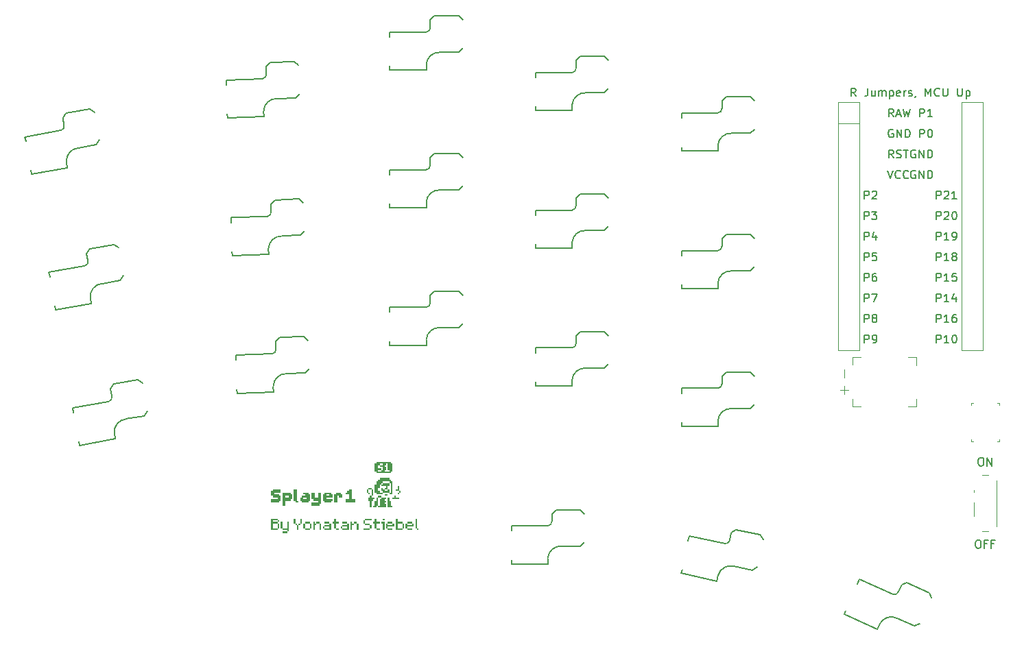
<source format=gbr>
%TF.GenerationSoftware,KiCad,Pcbnew,8.0.1*%
%TF.CreationDate,2024-05-06T14:57:41+03:00*%
%TF.ProjectId,new_ready_splayer_pcb,6e65775f-7265-4616-9479-5f73706c6179,v1.0.0*%
%TF.SameCoordinates,Original*%
%TF.FileFunction,Legend,Top*%
%TF.FilePolarity,Positive*%
%FSLAX46Y46*%
G04 Gerber Fmt 4.6, Leading zero omitted, Abs format (unit mm)*
G04 Created by KiCad (PCBNEW 8.0.1) date 2024-05-06 14:57:41*
%MOMM*%
%LPD*%
G01*
G04 APERTURE LIST*
%ADD10C,0.150000*%
%ADD11C,0.000000*%
%ADD12C,0.120000*%
%ADD13C,0.100000*%
G04 APERTURE END LIST*
D10*
X259817207Y-101249819D02*
X259483874Y-100773628D01*
X259245779Y-101249819D02*
X259245779Y-100249819D01*
X259245779Y-100249819D02*
X259626731Y-100249819D01*
X259626731Y-100249819D02*
X259721969Y-100297438D01*
X259721969Y-100297438D02*
X259769588Y-100345057D01*
X259769588Y-100345057D02*
X259817207Y-100440295D01*
X259817207Y-100440295D02*
X259817207Y-100583152D01*
X259817207Y-100583152D02*
X259769588Y-100678390D01*
X259769588Y-100678390D02*
X259721969Y-100726009D01*
X259721969Y-100726009D02*
X259626731Y-100773628D01*
X259626731Y-100773628D02*
X259245779Y-100773628D01*
X260198160Y-101202200D02*
X260341017Y-101249819D01*
X260341017Y-101249819D02*
X260579112Y-101249819D01*
X260579112Y-101249819D02*
X260674350Y-101202200D01*
X260674350Y-101202200D02*
X260721969Y-101154580D01*
X260721969Y-101154580D02*
X260769588Y-101059342D01*
X260769588Y-101059342D02*
X260769588Y-100964104D01*
X260769588Y-100964104D02*
X260721969Y-100868866D01*
X260721969Y-100868866D02*
X260674350Y-100821247D01*
X260674350Y-100821247D02*
X260579112Y-100773628D01*
X260579112Y-100773628D02*
X260388636Y-100726009D01*
X260388636Y-100726009D02*
X260293398Y-100678390D01*
X260293398Y-100678390D02*
X260245779Y-100630771D01*
X260245779Y-100630771D02*
X260198160Y-100535533D01*
X260198160Y-100535533D02*
X260198160Y-100440295D01*
X260198160Y-100440295D02*
X260245779Y-100345057D01*
X260245779Y-100345057D02*
X260293398Y-100297438D01*
X260293398Y-100297438D02*
X260388636Y-100249819D01*
X260388636Y-100249819D02*
X260626731Y-100249819D01*
X260626731Y-100249819D02*
X260769588Y-100297438D01*
X261055303Y-100249819D02*
X261626731Y-100249819D01*
X261341017Y-101249819D02*
X261341017Y-100249819D01*
X259769588Y-97757438D02*
X259674350Y-97709819D01*
X259674350Y-97709819D02*
X259531493Y-97709819D01*
X259531493Y-97709819D02*
X259388636Y-97757438D01*
X259388636Y-97757438D02*
X259293398Y-97852676D01*
X259293398Y-97852676D02*
X259245779Y-97947914D01*
X259245779Y-97947914D02*
X259198160Y-98138390D01*
X259198160Y-98138390D02*
X259198160Y-98281247D01*
X259198160Y-98281247D02*
X259245779Y-98471723D01*
X259245779Y-98471723D02*
X259293398Y-98566961D01*
X259293398Y-98566961D02*
X259388636Y-98662200D01*
X259388636Y-98662200D02*
X259531493Y-98709819D01*
X259531493Y-98709819D02*
X259626731Y-98709819D01*
X259626731Y-98709819D02*
X259769588Y-98662200D01*
X259769588Y-98662200D02*
X259817207Y-98614580D01*
X259817207Y-98614580D02*
X259817207Y-98281247D01*
X259817207Y-98281247D02*
X259626731Y-98281247D01*
X260245779Y-98709819D02*
X260245779Y-97709819D01*
X260245779Y-97709819D02*
X260817207Y-98709819D01*
X260817207Y-98709819D02*
X260817207Y-97709819D01*
X261293398Y-98709819D02*
X261293398Y-97709819D01*
X261293398Y-97709819D02*
X261531493Y-97709819D01*
X261531493Y-97709819D02*
X261674350Y-97757438D01*
X261674350Y-97757438D02*
X261769588Y-97852676D01*
X261769588Y-97852676D02*
X261817207Y-97947914D01*
X261817207Y-97947914D02*
X261864826Y-98138390D01*
X261864826Y-98138390D02*
X261864826Y-98281247D01*
X261864826Y-98281247D02*
X261817207Y-98471723D01*
X261817207Y-98471723D02*
X261769588Y-98566961D01*
X261769588Y-98566961D02*
X261674350Y-98662200D01*
X261674350Y-98662200D02*
X261531493Y-98709819D01*
X261531493Y-98709819D02*
X261293398Y-98709819D01*
X265143649Y-111409819D02*
X265143649Y-110409819D01*
X265143649Y-110409819D02*
X265524601Y-110409819D01*
X265524601Y-110409819D02*
X265619839Y-110457438D01*
X265619839Y-110457438D02*
X265667458Y-110505057D01*
X265667458Y-110505057D02*
X265715077Y-110600295D01*
X265715077Y-110600295D02*
X265715077Y-110743152D01*
X265715077Y-110743152D02*
X265667458Y-110838390D01*
X265667458Y-110838390D02*
X265619839Y-110886009D01*
X265619839Y-110886009D02*
X265524601Y-110933628D01*
X265524601Y-110933628D02*
X265143649Y-110933628D01*
X266667458Y-111409819D02*
X266096030Y-111409819D01*
X266381744Y-111409819D02*
X266381744Y-110409819D01*
X266381744Y-110409819D02*
X266286506Y-110552676D01*
X266286506Y-110552676D02*
X266191268Y-110647914D01*
X266191268Y-110647914D02*
X266096030Y-110695533D01*
X267143649Y-111409819D02*
X267334125Y-111409819D01*
X267334125Y-111409819D02*
X267429363Y-111362200D01*
X267429363Y-111362200D02*
X267476982Y-111314580D01*
X267476982Y-111314580D02*
X267572220Y-111171723D01*
X267572220Y-111171723D02*
X267619839Y-110981247D01*
X267619839Y-110981247D02*
X267619839Y-110600295D01*
X267619839Y-110600295D02*
X267572220Y-110505057D01*
X267572220Y-110505057D02*
X267524601Y-110457438D01*
X267524601Y-110457438D02*
X267429363Y-110409819D01*
X267429363Y-110409819D02*
X267238887Y-110409819D01*
X267238887Y-110409819D02*
X267143649Y-110457438D01*
X267143649Y-110457438D02*
X267096030Y-110505057D01*
X267096030Y-110505057D02*
X267048411Y-110600295D01*
X267048411Y-110600295D02*
X267048411Y-110838390D01*
X267048411Y-110838390D02*
X267096030Y-110933628D01*
X267096030Y-110933628D02*
X267143649Y-110981247D01*
X267143649Y-110981247D02*
X267238887Y-111028866D01*
X267238887Y-111028866D02*
X267429363Y-111028866D01*
X267429363Y-111028866D02*
X267524601Y-110981247D01*
X267524601Y-110981247D02*
X267572220Y-110933628D01*
X267572220Y-110933628D02*
X267619839Y-110838390D01*
X256245779Y-121569819D02*
X256245779Y-120569819D01*
X256245779Y-120569819D02*
X256626731Y-120569819D01*
X256626731Y-120569819D02*
X256721969Y-120617438D01*
X256721969Y-120617438D02*
X256769588Y-120665057D01*
X256769588Y-120665057D02*
X256817207Y-120760295D01*
X256817207Y-120760295D02*
X256817207Y-120903152D01*
X256817207Y-120903152D02*
X256769588Y-120998390D01*
X256769588Y-120998390D02*
X256721969Y-121046009D01*
X256721969Y-121046009D02*
X256626731Y-121093628D01*
X256626731Y-121093628D02*
X256245779Y-121093628D01*
X257388636Y-120998390D02*
X257293398Y-120950771D01*
X257293398Y-120950771D02*
X257245779Y-120903152D01*
X257245779Y-120903152D02*
X257198160Y-120807914D01*
X257198160Y-120807914D02*
X257198160Y-120760295D01*
X257198160Y-120760295D02*
X257245779Y-120665057D01*
X257245779Y-120665057D02*
X257293398Y-120617438D01*
X257293398Y-120617438D02*
X257388636Y-120569819D01*
X257388636Y-120569819D02*
X257579112Y-120569819D01*
X257579112Y-120569819D02*
X257674350Y-120617438D01*
X257674350Y-120617438D02*
X257721969Y-120665057D01*
X257721969Y-120665057D02*
X257769588Y-120760295D01*
X257769588Y-120760295D02*
X257769588Y-120807914D01*
X257769588Y-120807914D02*
X257721969Y-120903152D01*
X257721969Y-120903152D02*
X257674350Y-120950771D01*
X257674350Y-120950771D02*
X257579112Y-120998390D01*
X257579112Y-120998390D02*
X257388636Y-120998390D01*
X257388636Y-120998390D02*
X257293398Y-121046009D01*
X257293398Y-121046009D02*
X257245779Y-121093628D01*
X257245779Y-121093628D02*
X257198160Y-121188866D01*
X257198160Y-121188866D02*
X257198160Y-121379342D01*
X257198160Y-121379342D02*
X257245779Y-121474580D01*
X257245779Y-121474580D02*
X257293398Y-121522200D01*
X257293398Y-121522200D02*
X257388636Y-121569819D01*
X257388636Y-121569819D02*
X257579112Y-121569819D01*
X257579112Y-121569819D02*
X257674350Y-121522200D01*
X257674350Y-121522200D02*
X257721969Y-121474580D01*
X257721969Y-121474580D02*
X257769588Y-121379342D01*
X257769588Y-121379342D02*
X257769588Y-121188866D01*
X257769588Y-121188866D02*
X257721969Y-121093628D01*
X257721969Y-121093628D02*
X257674350Y-121046009D01*
X257674350Y-121046009D02*
X257579112Y-120998390D01*
X265143649Y-116489819D02*
X265143649Y-115489819D01*
X265143649Y-115489819D02*
X265524601Y-115489819D01*
X265524601Y-115489819D02*
X265619839Y-115537438D01*
X265619839Y-115537438D02*
X265667458Y-115585057D01*
X265667458Y-115585057D02*
X265715077Y-115680295D01*
X265715077Y-115680295D02*
X265715077Y-115823152D01*
X265715077Y-115823152D02*
X265667458Y-115918390D01*
X265667458Y-115918390D02*
X265619839Y-115966009D01*
X265619839Y-115966009D02*
X265524601Y-116013628D01*
X265524601Y-116013628D02*
X265143649Y-116013628D01*
X266667458Y-116489819D02*
X266096030Y-116489819D01*
X266381744Y-116489819D02*
X266381744Y-115489819D01*
X266381744Y-115489819D02*
X266286506Y-115632676D01*
X266286506Y-115632676D02*
X266191268Y-115727914D01*
X266191268Y-115727914D02*
X266096030Y-115775533D01*
X267572220Y-115489819D02*
X267096030Y-115489819D01*
X267096030Y-115489819D02*
X267048411Y-115966009D01*
X267048411Y-115966009D02*
X267096030Y-115918390D01*
X267096030Y-115918390D02*
X267191268Y-115870771D01*
X267191268Y-115870771D02*
X267429363Y-115870771D01*
X267429363Y-115870771D02*
X267524601Y-115918390D01*
X267524601Y-115918390D02*
X267572220Y-115966009D01*
X267572220Y-115966009D02*
X267619839Y-116061247D01*
X267619839Y-116061247D02*
X267619839Y-116299342D01*
X267619839Y-116299342D02*
X267572220Y-116394580D01*
X267572220Y-116394580D02*
X267524601Y-116442200D01*
X267524601Y-116442200D02*
X267429363Y-116489819D01*
X267429363Y-116489819D02*
X267191268Y-116489819D01*
X267191268Y-116489819D02*
X267096030Y-116442200D01*
X267096030Y-116442200D02*
X267048411Y-116394580D01*
X255170904Y-93624819D02*
X254837571Y-93148628D01*
X254599476Y-93624819D02*
X254599476Y-92624819D01*
X254599476Y-92624819D02*
X254980428Y-92624819D01*
X254980428Y-92624819D02*
X255075666Y-92672438D01*
X255075666Y-92672438D02*
X255123285Y-92720057D01*
X255123285Y-92720057D02*
X255170904Y-92815295D01*
X255170904Y-92815295D02*
X255170904Y-92958152D01*
X255170904Y-92958152D02*
X255123285Y-93053390D01*
X255123285Y-93053390D02*
X255075666Y-93101009D01*
X255075666Y-93101009D02*
X254980428Y-93148628D01*
X254980428Y-93148628D02*
X254599476Y-93148628D01*
X256647095Y-92624819D02*
X256647095Y-93339104D01*
X256647095Y-93339104D02*
X256599476Y-93481961D01*
X256599476Y-93481961D02*
X256504238Y-93577200D01*
X256504238Y-93577200D02*
X256361381Y-93624819D01*
X256361381Y-93624819D02*
X256266143Y-93624819D01*
X257551857Y-92958152D02*
X257551857Y-93624819D01*
X257123286Y-92958152D02*
X257123286Y-93481961D01*
X257123286Y-93481961D02*
X257170905Y-93577200D01*
X257170905Y-93577200D02*
X257266143Y-93624819D01*
X257266143Y-93624819D02*
X257409000Y-93624819D01*
X257409000Y-93624819D02*
X257504238Y-93577200D01*
X257504238Y-93577200D02*
X257551857Y-93529580D01*
X258028048Y-93624819D02*
X258028048Y-92958152D01*
X258028048Y-93053390D02*
X258075667Y-93005771D01*
X258075667Y-93005771D02*
X258170905Y-92958152D01*
X258170905Y-92958152D02*
X258313762Y-92958152D01*
X258313762Y-92958152D02*
X258409000Y-93005771D01*
X258409000Y-93005771D02*
X258456619Y-93101009D01*
X258456619Y-93101009D02*
X258456619Y-93624819D01*
X258456619Y-93101009D02*
X258504238Y-93005771D01*
X258504238Y-93005771D02*
X258599476Y-92958152D01*
X258599476Y-92958152D02*
X258742333Y-92958152D01*
X258742333Y-92958152D02*
X258837572Y-93005771D01*
X258837572Y-93005771D02*
X258885191Y-93101009D01*
X258885191Y-93101009D02*
X258885191Y-93624819D01*
X259361381Y-92958152D02*
X259361381Y-93958152D01*
X259361381Y-93005771D02*
X259456619Y-92958152D01*
X259456619Y-92958152D02*
X259647095Y-92958152D01*
X259647095Y-92958152D02*
X259742333Y-93005771D01*
X259742333Y-93005771D02*
X259789952Y-93053390D01*
X259789952Y-93053390D02*
X259837571Y-93148628D01*
X259837571Y-93148628D02*
X259837571Y-93434342D01*
X259837571Y-93434342D02*
X259789952Y-93529580D01*
X259789952Y-93529580D02*
X259742333Y-93577200D01*
X259742333Y-93577200D02*
X259647095Y-93624819D01*
X259647095Y-93624819D02*
X259456619Y-93624819D01*
X259456619Y-93624819D02*
X259361381Y-93577200D01*
X260647095Y-93577200D02*
X260551857Y-93624819D01*
X260551857Y-93624819D02*
X260361381Y-93624819D01*
X260361381Y-93624819D02*
X260266143Y-93577200D01*
X260266143Y-93577200D02*
X260218524Y-93481961D01*
X260218524Y-93481961D02*
X260218524Y-93101009D01*
X260218524Y-93101009D02*
X260266143Y-93005771D01*
X260266143Y-93005771D02*
X260361381Y-92958152D01*
X260361381Y-92958152D02*
X260551857Y-92958152D01*
X260551857Y-92958152D02*
X260647095Y-93005771D01*
X260647095Y-93005771D02*
X260694714Y-93101009D01*
X260694714Y-93101009D02*
X260694714Y-93196247D01*
X260694714Y-93196247D02*
X260218524Y-93291485D01*
X261123286Y-93624819D02*
X261123286Y-92958152D01*
X261123286Y-93148628D02*
X261170905Y-93053390D01*
X261170905Y-93053390D02*
X261218524Y-93005771D01*
X261218524Y-93005771D02*
X261313762Y-92958152D01*
X261313762Y-92958152D02*
X261409000Y-92958152D01*
X261694715Y-93577200D02*
X261789953Y-93624819D01*
X261789953Y-93624819D02*
X261980429Y-93624819D01*
X261980429Y-93624819D02*
X262075667Y-93577200D01*
X262075667Y-93577200D02*
X262123286Y-93481961D01*
X262123286Y-93481961D02*
X262123286Y-93434342D01*
X262123286Y-93434342D02*
X262075667Y-93339104D01*
X262075667Y-93339104D02*
X261980429Y-93291485D01*
X261980429Y-93291485D02*
X261837572Y-93291485D01*
X261837572Y-93291485D02*
X261742334Y-93243866D01*
X261742334Y-93243866D02*
X261694715Y-93148628D01*
X261694715Y-93148628D02*
X261694715Y-93101009D01*
X261694715Y-93101009D02*
X261742334Y-93005771D01*
X261742334Y-93005771D02*
X261837572Y-92958152D01*
X261837572Y-92958152D02*
X261980429Y-92958152D01*
X261980429Y-92958152D02*
X262075667Y-93005771D01*
X262599477Y-93577200D02*
X262599477Y-93624819D01*
X262599477Y-93624819D02*
X262551858Y-93720057D01*
X262551858Y-93720057D02*
X262504239Y-93767676D01*
X263789953Y-93624819D02*
X263789953Y-92624819D01*
X263789953Y-92624819D02*
X264123286Y-93339104D01*
X264123286Y-93339104D02*
X264456619Y-92624819D01*
X264456619Y-92624819D02*
X264456619Y-93624819D01*
X265504238Y-93529580D02*
X265456619Y-93577200D01*
X265456619Y-93577200D02*
X265313762Y-93624819D01*
X265313762Y-93624819D02*
X265218524Y-93624819D01*
X265218524Y-93624819D02*
X265075667Y-93577200D01*
X265075667Y-93577200D02*
X264980429Y-93481961D01*
X264980429Y-93481961D02*
X264932810Y-93386723D01*
X264932810Y-93386723D02*
X264885191Y-93196247D01*
X264885191Y-93196247D02*
X264885191Y-93053390D01*
X264885191Y-93053390D02*
X264932810Y-92862914D01*
X264932810Y-92862914D02*
X264980429Y-92767676D01*
X264980429Y-92767676D02*
X265075667Y-92672438D01*
X265075667Y-92672438D02*
X265218524Y-92624819D01*
X265218524Y-92624819D02*
X265313762Y-92624819D01*
X265313762Y-92624819D02*
X265456619Y-92672438D01*
X265456619Y-92672438D02*
X265504238Y-92720057D01*
X265932810Y-92624819D02*
X265932810Y-93434342D01*
X265932810Y-93434342D02*
X265980429Y-93529580D01*
X265980429Y-93529580D02*
X266028048Y-93577200D01*
X266028048Y-93577200D02*
X266123286Y-93624819D01*
X266123286Y-93624819D02*
X266313762Y-93624819D01*
X266313762Y-93624819D02*
X266409000Y-93577200D01*
X266409000Y-93577200D02*
X266456619Y-93529580D01*
X266456619Y-93529580D02*
X266504238Y-93434342D01*
X266504238Y-93434342D02*
X266504238Y-92624819D01*
X267742334Y-92624819D02*
X267742334Y-93434342D01*
X267742334Y-93434342D02*
X267789953Y-93529580D01*
X267789953Y-93529580D02*
X267837572Y-93577200D01*
X267837572Y-93577200D02*
X267932810Y-93624819D01*
X267932810Y-93624819D02*
X268123286Y-93624819D01*
X268123286Y-93624819D02*
X268218524Y-93577200D01*
X268218524Y-93577200D02*
X268266143Y-93529580D01*
X268266143Y-93529580D02*
X268313762Y-93434342D01*
X268313762Y-93434342D02*
X268313762Y-92624819D01*
X268789953Y-92958152D02*
X268789953Y-93958152D01*
X268789953Y-93005771D02*
X268885191Y-92958152D01*
X268885191Y-92958152D02*
X269075667Y-92958152D01*
X269075667Y-92958152D02*
X269170905Y-93005771D01*
X269170905Y-93005771D02*
X269218524Y-93053390D01*
X269218524Y-93053390D02*
X269266143Y-93148628D01*
X269266143Y-93148628D02*
X269266143Y-93434342D01*
X269266143Y-93434342D02*
X269218524Y-93529580D01*
X269218524Y-93529580D02*
X269170905Y-93577200D01*
X269170905Y-93577200D02*
X269075667Y-93624819D01*
X269075667Y-93624819D02*
X268885191Y-93624819D01*
X268885191Y-93624819D02*
X268789953Y-93577200D01*
X259102922Y-102789819D02*
X259436255Y-103789819D01*
X259436255Y-103789819D02*
X259769588Y-102789819D01*
X260674350Y-103694580D02*
X260626731Y-103742200D01*
X260626731Y-103742200D02*
X260483874Y-103789819D01*
X260483874Y-103789819D02*
X260388636Y-103789819D01*
X260388636Y-103789819D02*
X260245779Y-103742200D01*
X260245779Y-103742200D02*
X260150541Y-103646961D01*
X260150541Y-103646961D02*
X260102922Y-103551723D01*
X260102922Y-103551723D02*
X260055303Y-103361247D01*
X260055303Y-103361247D02*
X260055303Y-103218390D01*
X260055303Y-103218390D02*
X260102922Y-103027914D01*
X260102922Y-103027914D02*
X260150541Y-102932676D01*
X260150541Y-102932676D02*
X260245779Y-102837438D01*
X260245779Y-102837438D02*
X260388636Y-102789819D01*
X260388636Y-102789819D02*
X260483874Y-102789819D01*
X260483874Y-102789819D02*
X260626731Y-102837438D01*
X260626731Y-102837438D02*
X260674350Y-102885057D01*
X261674350Y-103694580D02*
X261626731Y-103742200D01*
X261626731Y-103742200D02*
X261483874Y-103789819D01*
X261483874Y-103789819D02*
X261388636Y-103789819D01*
X261388636Y-103789819D02*
X261245779Y-103742200D01*
X261245779Y-103742200D02*
X261150541Y-103646961D01*
X261150541Y-103646961D02*
X261102922Y-103551723D01*
X261102922Y-103551723D02*
X261055303Y-103361247D01*
X261055303Y-103361247D02*
X261055303Y-103218390D01*
X261055303Y-103218390D02*
X261102922Y-103027914D01*
X261102922Y-103027914D02*
X261150541Y-102932676D01*
X261150541Y-102932676D02*
X261245779Y-102837438D01*
X261245779Y-102837438D02*
X261388636Y-102789819D01*
X261388636Y-102789819D02*
X261483874Y-102789819D01*
X261483874Y-102789819D02*
X261626731Y-102837438D01*
X261626731Y-102837438D02*
X261674350Y-102885057D01*
X265143649Y-108869819D02*
X265143649Y-107869819D01*
X265143649Y-107869819D02*
X265524601Y-107869819D01*
X265524601Y-107869819D02*
X265619839Y-107917438D01*
X265619839Y-107917438D02*
X265667458Y-107965057D01*
X265667458Y-107965057D02*
X265715077Y-108060295D01*
X265715077Y-108060295D02*
X265715077Y-108203152D01*
X265715077Y-108203152D02*
X265667458Y-108298390D01*
X265667458Y-108298390D02*
X265619839Y-108346009D01*
X265619839Y-108346009D02*
X265524601Y-108393628D01*
X265524601Y-108393628D02*
X265143649Y-108393628D01*
X266096030Y-107965057D02*
X266143649Y-107917438D01*
X266143649Y-107917438D02*
X266238887Y-107869819D01*
X266238887Y-107869819D02*
X266476982Y-107869819D01*
X266476982Y-107869819D02*
X266572220Y-107917438D01*
X266572220Y-107917438D02*
X266619839Y-107965057D01*
X266619839Y-107965057D02*
X266667458Y-108060295D01*
X266667458Y-108060295D02*
X266667458Y-108155533D01*
X266667458Y-108155533D02*
X266619839Y-108298390D01*
X266619839Y-108298390D02*
X266048411Y-108869819D01*
X266048411Y-108869819D02*
X266667458Y-108869819D01*
X267286506Y-107869819D02*
X267381744Y-107869819D01*
X267381744Y-107869819D02*
X267476982Y-107917438D01*
X267476982Y-107917438D02*
X267524601Y-107965057D01*
X267524601Y-107965057D02*
X267572220Y-108060295D01*
X267572220Y-108060295D02*
X267619839Y-108250771D01*
X267619839Y-108250771D02*
X267619839Y-108488866D01*
X267619839Y-108488866D02*
X267572220Y-108679342D01*
X267572220Y-108679342D02*
X267524601Y-108774580D01*
X267524601Y-108774580D02*
X267476982Y-108822200D01*
X267476982Y-108822200D02*
X267381744Y-108869819D01*
X267381744Y-108869819D02*
X267286506Y-108869819D01*
X267286506Y-108869819D02*
X267191268Y-108822200D01*
X267191268Y-108822200D02*
X267143649Y-108774580D01*
X267143649Y-108774580D02*
X267096030Y-108679342D01*
X267096030Y-108679342D02*
X267048411Y-108488866D01*
X267048411Y-108488866D02*
X267048411Y-108250771D01*
X267048411Y-108250771D02*
X267096030Y-108060295D01*
X267096030Y-108060295D02*
X267143649Y-107965057D01*
X267143649Y-107965057D02*
X267191268Y-107917438D01*
X267191268Y-107917438D02*
X267286506Y-107869819D01*
X256245779Y-106329819D02*
X256245779Y-105329819D01*
X256245779Y-105329819D02*
X256626731Y-105329819D01*
X256626731Y-105329819D02*
X256721969Y-105377438D01*
X256721969Y-105377438D02*
X256769588Y-105425057D01*
X256769588Y-105425057D02*
X256817207Y-105520295D01*
X256817207Y-105520295D02*
X256817207Y-105663152D01*
X256817207Y-105663152D02*
X256769588Y-105758390D01*
X256769588Y-105758390D02*
X256721969Y-105806009D01*
X256721969Y-105806009D02*
X256626731Y-105853628D01*
X256626731Y-105853628D02*
X256245779Y-105853628D01*
X257198160Y-105425057D02*
X257245779Y-105377438D01*
X257245779Y-105377438D02*
X257341017Y-105329819D01*
X257341017Y-105329819D02*
X257579112Y-105329819D01*
X257579112Y-105329819D02*
X257674350Y-105377438D01*
X257674350Y-105377438D02*
X257721969Y-105425057D01*
X257721969Y-105425057D02*
X257769588Y-105520295D01*
X257769588Y-105520295D02*
X257769588Y-105615533D01*
X257769588Y-105615533D02*
X257721969Y-105758390D01*
X257721969Y-105758390D02*
X257150541Y-106329819D01*
X257150541Y-106329819D02*
X257769588Y-106329819D01*
X265143649Y-121569819D02*
X265143649Y-120569819D01*
X265143649Y-120569819D02*
X265524601Y-120569819D01*
X265524601Y-120569819D02*
X265619839Y-120617438D01*
X265619839Y-120617438D02*
X265667458Y-120665057D01*
X265667458Y-120665057D02*
X265715077Y-120760295D01*
X265715077Y-120760295D02*
X265715077Y-120903152D01*
X265715077Y-120903152D02*
X265667458Y-120998390D01*
X265667458Y-120998390D02*
X265619839Y-121046009D01*
X265619839Y-121046009D02*
X265524601Y-121093628D01*
X265524601Y-121093628D02*
X265143649Y-121093628D01*
X266667458Y-121569819D02*
X266096030Y-121569819D01*
X266381744Y-121569819D02*
X266381744Y-120569819D01*
X266381744Y-120569819D02*
X266286506Y-120712676D01*
X266286506Y-120712676D02*
X266191268Y-120807914D01*
X266191268Y-120807914D02*
X266096030Y-120855533D01*
X267524601Y-120569819D02*
X267334125Y-120569819D01*
X267334125Y-120569819D02*
X267238887Y-120617438D01*
X267238887Y-120617438D02*
X267191268Y-120665057D01*
X267191268Y-120665057D02*
X267096030Y-120807914D01*
X267096030Y-120807914D02*
X267048411Y-120998390D01*
X267048411Y-120998390D02*
X267048411Y-121379342D01*
X267048411Y-121379342D02*
X267096030Y-121474580D01*
X267096030Y-121474580D02*
X267143649Y-121522200D01*
X267143649Y-121522200D02*
X267238887Y-121569819D01*
X267238887Y-121569819D02*
X267429363Y-121569819D01*
X267429363Y-121569819D02*
X267524601Y-121522200D01*
X267524601Y-121522200D02*
X267572220Y-121474580D01*
X267572220Y-121474580D02*
X267619839Y-121379342D01*
X267619839Y-121379342D02*
X267619839Y-121141247D01*
X267619839Y-121141247D02*
X267572220Y-121046009D01*
X267572220Y-121046009D02*
X267524601Y-120998390D01*
X267524601Y-120998390D02*
X267429363Y-120950771D01*
X267429363Y-120950771D02*
X267238887Y-120950771D01*
X267238887Y-120950771D02*
X267143649Y-120998390D01*
X267143649Y-120998390D02*
X267096030Y-121046009D01*
X267096030Y-121046009D02*
X267048411Y-121141247D01*
X259817207Y-96169819D02*
X259483874Y-95693628D01*
X259245779Y-96169819D02*
X259245779Y-95169819D01*
X259245779Y-95169819D02*
X259626731Y-95169819D01*
X259626731Y-95169819D02*
X259721969Y-95217438D01*
X259721969Y-95217438D02*
X259769588Y-95265057D01*
X259769588Y-95265057D02*
X259817207Y-95360295D01*
X259817207Y-95360295D02*
X259817207Y-95503152D01*
X259817207Y-95503152D02*
X259769588Y-95598390D01*
X259769588Y-95598390D02*
X259721969Y-95646009D01*
X259721969Y-95646009D02*
X259626731Y-95693628D01*
X259626731Y-95693628D02*
X259245779Y-95693628D01*
X260198160Y-95884104D02*
X260674350Y-95884104D01*
X260102922Y-96169819D02*
X260436255Y-95169819D01*
X260436255Y-95169819D02*
X260769588Y-96169819D01*
X261007684Y-95169819D02*
X261245779Y-96169819D01*
X261245779Y-96169819D02*
X261436255Y-95455533D01*
X261436255Y-95455533D02*
X261626731Y-96169819D01*
X261626731Y-96169819D02*
X261864827Y-95169819D01*
X262524601Y-100297438D02*
X262429363Y-100249819D01*
X262429363Y-100249819D02*
X262286506Y-100249819D01*
X262286506Y-100249819D02*
X262143649Y-100297438D01*
X262143649Y-100297438D02*
X262048411Y-100392676D01*
X262048411Y-100392676D02*
X262000792Y-100487914D01*
X262000792Y-100487914D02*
X261953173Y-100678390D01*
X261953173Y-100678390D02*
X261953173Y-100821247D01*
X261953173Y-100821247D02*
X262000792Y-101011723D01*
X262000792Y-101011723D02*
X262048411Y-101106961D01*
X262048411Y-101106961D02*
X262143649Y-101202200D01*
X262143649Y-101202200D02*
X262286506Y-101249819D01*
X262286506Y-101249819D02*
X262381744Y-101249819D01*
X262381744Y-101249819D02*
X262524601Y-101202200D01*
X262524601Y-101202200D02*
X262572220Y-101154580D01*
X262572220Y-101154580D02*
X262572220Y-100821247D01*
X262572220Y-100821247D02*
X262381744Y-100821247D01*
X263000792Y-101249819D02*
X263000792Y-100249819D01*
X263000792Y-100249819D02*
X263572220Y-101249819D01*
X263572220Y-101249819D02*
X263572220Y-100249819D01*
X264048411Y-101249819D02*
X264048411Y-100249819D01*
X264048411Y-100249819D02*
X264286506Y-100249819D01*
X264286506Y-100249819D02*
X264429363Y-100297438D01*
X264429363Y-100297438D02*
X264524601Y-100392676D01*
X264524601Y-100392676D02*
X264572220Y-100487914D01*
X264572220Y-100487914D02*
X264619839Y-100678390D01*
X264619839Y-100678390D02*
X264619839Y-100821247D01*
X264619839Y-100821247D02*
X264572220Y-101011723D01*
X264572220Y-101011723D02*
X264524601Y-101106961D01*
X264524601Y-101106961D02*
X264429363Y-101202200D01*
X264429363Y-101202200D02*
X264286506Y-101249819D01*
X264286506Y-101249819D02*
X264048411Y-101249819D01*
X256245779Y-116489819D02*
X256245779Y-115489819D01*
X256245779Y-115489819D02*
X256626731Y-115489819D01*
X256626731Y-115489819D02*
X256721969Y-115537438D01*
X256721969Y-115537438D02*
X256769588Y-115585057D01*
X256769588Y-115585057D02*
X256817207Y-115680295D01*
X256817207Y-115680295D02*
X256817207Y-115823152D01*
X256817207Y-115823152D02*
X256769588Y-115918390D01*
X256769588Y-115918390D02*
X256721969Y-115966009D01*
X256721969Y-115966009D02*
X256626731Y-116013628D01*
X256626731Y-116013628D02*
X256245779Y-116013628D01*
X257674350Y-115489819D02*
X257483874Y-115489819D01*
X257483874Y-115489819D02*
X257388636Y-115537438D01*
X257388636Y-115537438D02*
X257341017Y-115585057D01*
X257341017Y-115585057D02*
X257245779Y-115727914D01*
X257245779Y-115727914D02*
X257198160Y-115918390D01*
X257198160Y-115918390D02*
X257198160Y-116299342D01*
X257198160Y-116299342D02*
X257245779Y-116394580D01*
X257245779Y-116394580D02*
X257293398Y-116442200D01*
X257293398Y-116442200D02*
X257388636Y-116489819D01*
X257388636Y-116489819D02*
X257579112Y-116489819D01*
X257579112Y-116489819D02*
X257674350Y-116442200D01*
X257674350Y-116442200D02*
X257721969Y-116394580D01*
X257721969Y-116394580D02*
X257769588Y-116299342D01*
X257769588Y-116299342D02*
X257769588Y-116061247D01*
X257769588Y-116061247D02*
X257721969Y-115966009D01*
X257721969Y-115966009D02*
X257674350Y-115918390D01*
X257674350Y-115918390D02*
X257579112Y-115870771D01*
X257579112Y-115870771D02*
X257388636Y-115870771D01*
X257388636Y-115870771D02*
X257293398Y-115918390D01*
X257293398Y-115918390D02*
X257245779Y-115966009D01*
X257245779Y-115966009D02*
X257198160Y-116061247D01*
X263096030Y-98709819D02*
X263096030Y-97709819D01*
X263096030Y-97709819D02*
X263476982Y-97709819D01*
X263476982Y-97709819D02*
X263572220Y-97757438D01*
X263572220Y-97757438D02*
X263619839Y-97805057D01*
X263619839Y-97805057D02*
X263667458Y-97900295D01*
X263667458Y-97900295D02*
X263667458Y-98043152D01*
X263667458Y-98043152D02*
X263619839Y-98138390D01*
X263619839Y-98138390D02*
X263572220Y-98186009D01*
X263572220Y-98186009D02*
X263476982Y-98233628D01*
X263476982Y-98233628D02*
X263096030Y-98233628D01*
X264286506Y-97709819D02*
X264381744Y-97709819D01*
X264381744Y-97709819D02*
X264476982Y-97757438D01*
X264476982Y-97757438D02*
X264524601Y-97805057D01*
X264524601Y-97805057D02*
X264572220Y-97900295D01*
X264572220Y-97900295D02*
X264619839Y-98090771D01*
X264619839Y-98090771D02*
X264619839Y-98328866D01*
X264619839Y-98328866D02*
X264572220Y-98519342D01*
X264572220Y-98519342D02*
X264524601Y-98614580D01*
X264524601Y-98614580D02*
X264476982Y-98662200D01*
X264476982Y-98662200D02*
X264381744Y-98709819D01*
X264381744Y-98709819D02*
X264286506Y-98709819D01*
X264286506Y-98709819D02*
X264191268Y-98662200D01*
X264191268Y-98662200D02*
X264143649Y-98614580D01*
X264143649Y-98614580D02*
X264096030Y-98519342D01*
X264096030Y-98519342D02*
X264048411Y-98328866D01*
X264048411Y-98328866D02*
X264048411Y-98090771D01*
X264048411Y-98090771D02*
X264096030Y-97900295D01*
X264096030Y-97900295D02*
X264143649Y-97805057D01*
X264143649Y-97805057D02*
X264191268Y-97757438D01*
X264191268Y-97757438D02*
X264286506Y-97709819D01*
X265143649Y-119029819D02*
X265143649Y-118029819D01*
X265143649Y-118029819D02*
X265524601Y-118029819D01*
X265524601Y-118029819D02*
X265619839Y-118077438D01*
X265619839Y-118077438D02*
X265667458Y-118125057D01*
X265667458Y-118125057D02*
X265715077Y-118220295D01*
X265715077Y-118220295D02*
X265715077Y-118363152D01*
X265715077Y-118363152D02*
X265667458Y-118458390D01*
X265667458Y-118458390D02*
X265619839Y-118506009D01*
X265619839Y-118506009D02*
X265524601Y-118553628D01*
X265524601Y-118553628D02*
X265143649Y-118553628D01*
X266667458Y-119029819D02*
X266096030Y-119029819D01*
X266381744Y-119029819D02*
X266381744Y-118029819D01*
X266381744Y-118029819D02*
X266286506Y-118172676D01*
X266286506Y-118172676D02*
X266191268Y-118267914D01*
X266191268Y-118267914D02*
X266096030Y-118315533D01*
X267524601Y-118363152D02*
X267524601Y-119029819D01*
X267286506Y-117982200D02*
X267048411Y-118696485D01*
X267048411Y-118696485D02*
X267667458Y-118696485D01*
X262524601Y-102837438D02*
X262429363Y-102789819D01*
X262429363Y-102789819D02*
X262286506Y-102789819D01*
X262286506Y-102789819D02*
X262143649Y-102837438D01*
X262143649Y-102837438D02*
X262048411Y-102932676D01*
X262048411Y-102932676D02*
X262000792Y-103027914D01*
X262000792Y-103027914D02*
X261953173Y-103218390D01*
X261953173Y-103218390D02*
X261953173Y-103361247D01*
X261953173Y-103361247D02*
X262000792Y-103551723D01*
X262000792Y-103551723D02*
X262048411Y-103646961D01*
X262048411Y-103646961D02*
X262143649Y-103742200D01*
X262143649Y-103742200D02*
X262286506Y-103789819D01*
X262286506Y-103789819D02*
X262381744Y-103789819D01*
X262381744Y-103789819D02*
X262524601Y-103742200D01*
X262524601Y-103742200D02*
X262572220Y-103694580D01*
X262572220Y-103694580D02*
X262572220Y-103361247D01*
X262572220Y-103361247D02*
X262381744Y-103361247D01*
X263000792Y-103789819D02*
X263000792Y-102789819D01*
X263000792Y-102789819D02*
X263572220Y-103789819D01*
X263572220Y-103789819D02*
X263572220Y-102789819D01*
X264048411Y-103789819D02*
X264048411Y-102789819D01*
X264048411Y-102789819D02*
X264286506Y-102789819D01*
X264286506Y-102789819D02*
X264429363Y-102837438D01*
X264429363Y-102837438D02*
X264524601Y-102932676D01*
X264524601Y-102932676D02*
X264572220Y-103027914D01*
X264572220Y-103027914D02*
X264619839Y-103218390D01*
X264619839Y-103218390D02*
X264619839Y-103361247D01*
X264619839Y-103361247D02*
X264572220Y-103551723D01*
X264572220Y-103551723D02*
X264524601Y-103646961D01*
X264524601Y-103646961D02*
X264429363Y-103742200D01*
X264429363Y-103742200D02*
X264286506Y-103789819D01*
X264286506Y-103789819D02*
X264048411Y-103789819D01*
X265143649Y-113949819D02*
X265143649Y-112949819D01*
X265143649Y-112949819D02*
X265524601Y-112949819D01*
X265524601Y-112949819D02*
X265619839Y-112997438D01*
X265619839Y-112997438D02*
X265667458Y-113045057D01*
X265667458Y-113045057D02*
X265715077Y-113140295D01*
X265715077Y-113140295D02*
X265715077Y-113283152D01*
X265715077Y-113283152D02*
X265667458Y-113378390D01*
X265667458Y-113378390D02*
X265619839Y-113426009D01*
X265619839Y-113426009D02*
X265524601Y-113473628D01*
X265524601Y-113473628D02*
X265143649Y-113473628D01*
X266667458Y-113949819D02*
X266096030Y-113949819D01*
X266381744Y-113949819D02*
X266381744Y-112949819D01*
X266381744Y-112949819D02*
X266286506Y-113092676D01*
X266286506Y-113092676D02*
X266191268Y-113187914D01*
X266191268Y-113187914D02*
X266096030Y-113235533D01*
X267238887Y-113378390D02*
X267143649Y-113330771D01*
X267143649Y-113330771D02*
X267096030Y-113283152D01*
X267096030Y-113283152D02*
X267048411Y-113187914D01*
X267048411Y-113187914D02*
X267048411Y-113140295D01*
X267048411Y-113140295D02*
X267096030Y-113045057D01*
X267096030Y-113045057D02*
X267143649Y-112997438D01*
X267143649Y-112997438D02*
X267238887Y-112949819D01*
X267238887Y-112949819D02*
X267429363Y-112949819D01*
X267429363Y-112949819D02*
X267524601Y-112997438D01*
X267524601Y-112997438D02*
X267572220Y-113045057D01*
X267572220Y-113045057D02*
X267619839Y-113140295D01*
X267619839Y-113140295D02*
X267619839Y-113187914D01*
X267619839Y-113187914D02*
X267572220Y-113283152D01*
X267572220Y-113283152D02*
X267524601Y-113330771D01*
X267524601Y-113330771D02*
X267429363Y-113378390D01*
X267429363Y-113378390D02*
X267238887Y-113378390D01*
X267238887Y-113378390D02*
X267143649Y-113426009D01*
X267143649Y-113426009D02*
X267096030Y-113473628D01*
X267096030Y-113473628D02*
X267048411Y-113568866D01*
X267048411Y-113568866D02*
X267048411Y-113759342D01*
X267048411Y-113759342D02*
X267096030Y-113854580D01*
X267096030Y-113854580D02*
X267143649Y-113902200D01*
X267143649Y-113902200D02*
X267238887Y-113949819D01*
X267238887Y-113949819D02*
X267429363Y-113949819D01*
X267429363Y-113949819D02*
X267524601Y-113902200D01*
X267524601Y-113902200D02*
X267572220Y-113854580D01*
X267572220Y-113854580D02*
X267619839Y-113759342D01*
X267619839Y-113759342D02*
X267619839Y-113568866D01*
X267619839Y-113568866D02*
X267572220Y-113473628D01*
X267572220Y-113473628D02*
X267524601Y-113426009D01*
X267524601Y-113426009D02*
X267429363Y-113378390D01*
X256245779Y-124109819D02*
X256245779Y-123109819D01*
X256245779Y-123109819D02*
X256626731Y-123109819D01*
X256626731Y-123109819D02*
X256721969Y-123157438D01*
X256721969Y-123157438D02*
X256769588Y-123205057D01*
X256769588Y-123205057D02*
X256817207Y-123300295D01*
X256817207Y-123300295D02*
X256817207Y-123443152D01*
X256817207Y-123443152D02*
X256769588Y-123538390D01*
X256769588Y-123538390D02*
X256721969Y-123586009D01*
X256721969Y-123586009D02*
X256626731Y-123633628D01*
X256626731Y-123633628D02*
X256245779Y-123633628D01*
X257293398Y-124109819D02*
X257483874Y-124109819D01*
X257483874Y-124109819D02*
X257579112Y-124062200D01*
X257579112Y-124062200D02*
X257626731Y-124014580D01*
X257626731Y-124014580D02*
X257721969Y-123871723D01*
X257721969Y-123871723D02*
X257769588Y-123681247D01*
X257769588Y-123681247D02*
X257769588Y-123300295D01*
X257769588Y-123300295D02*
X257721969Y-123205057D01*
X257721969Y-123205057D02*
X257674350Y-123157438D01*
X257674350Y-123157438D02*
X257579112Y-123109819D01*
X257579112Y-123109819D02*
X257388636Y-123109819D01*
X257388636Y-123109819D02*
X257293398Y-123157438D01*
X257293398Y-123157438D02*
X257245779Y-123205057D01*
X257245779Y-123205057D02*
X257198160Y-123300295D01*
X257198160Y-123300295D02*
X257198160Y-123538390D01*
X257198160Y-123538390D02*
X257245779Y-123633628D01*
X257245779Y-123633628D02*
X257293398Y-123681247D01*
X257293398Y-123681247D02*
X257388636Y-123728866D01*
X257388636Y-123728866D02*
X257579112Y-123728866D01*
X257579112Y-123728866D02*
X257674350Y-123681247D01*
X257674350Y-123681247D02*
X257721969Y-123633628D01*
X257721969Y-123633628D02*
X257769588Y-123538390D01*
X256245779Y-111409819D02*
X256245779Y-110409819D01*
X256245779Y-110409819D02*
X256626731Y-110409819D01*
X256626731Y-110409819D02*
X256721969Y-110457438D01*
X256721969Y-110457438D02*
X256769588Y-110505057D01*
X256769588Y-110505057D02*
X256817207Y-110600295D01*
X256817207Y-110600295D02*
X256817207Y-110743152D01*
X256817207Y-110743152D02*
X256769588Y-110838390D01*
X256769588Y-110838390D02*
X256721969Y-110886009D01*
X256721969Y-110886009D02*
X256626731Y-110933628D01*
X256626731Y-110933628D02*
X256245779Y-110933628D01*
X257674350Y-110743152D02*
X257674350Y-111409819D01*
X257436255Y-110362200D02*
X257198160Y-111076485D01*
X257198160Y-111076485D02*
X257817207Y-111076485D01*
X265143649Y-124109819D02*
X265143649Y-123109819D01*
X265143649Y-123109819D02*
X265524601Y-123109819D01*
X265524601Y-123109819D02*
X265619839Y-123157438D01*
X265619839Y-123157438D02*
X265667458Y-123205057D01*
X265667458Y-123205057D02*
X265715077Y-123300295D01*
X265715077Y-123300295D02*
X265715077Y-123443152D01*
X265715077Y-123443152D02*
X265667458Y-123538390D01*
X265667458Y-123538390D02*
X265619839Y-123586009D01*
X265619839Y-123586009D02*
X265524601Y-123633628D01*
X265524601Y-123633628D02*
X265143649Y-123633628D01*
X266667458Y-124109819D02*
X266096030Y-124109819D01*
X266381744Y-124109819D02*
X266381744Y-123109819D01*
X266381744Y-123109819D02*
X266286506Y-123252676D01*
X266286506Y-123252676D02*
X266191268Y-123347914D01*
X266191268Y-123347914D02*
X266096030Y-123395533D01*
X267286506Y-123109819D02*
X267381744Y-123109819D01*
X267381744Y-123109819D02*
X267476982Y-123157438D01*
X267476982Y-123157438D02*
X267524601Y-123205057D01*
X267524601Y-123205057D02*
X267572220Y-123300295D01*
X267572220Y-123300295D02*
X267619839Y-123490771D01*
X267619839Y-123490771D02*
X267619839Y-123728866D01*
X267619839Y-123728866D02*
X267572220Y-123919342D01*
X267572220Y-123919342D02*
X267524601Y-124014580D01*
X267524601Y-124014580D02*
X267476982Y-124062200D01*
X267476982Y-124062200D02*
X267381744Y-124109819D01*
X267381744Y-124109819D02*
X267286506Y-124109819D01*
X267286506Y-124109819D02*
X267191268Y-124062200D01*
X267191268Y-124062200D02*
X267143649Y-124014580D01*
X267143649Y-124014580D02*
X267096030Y-123919342D01*
X267096030Y-123919342D02*
X267048411Y-123728866D01*
X267048411Y-123728866D02*
X267048411Y-123490771D01*
X267048411Y-123490771D02*
X267096030Y-123300295D01*
X267096030Y-123300295D02*
X267143649Y-123205057D01*
X267143649Y-123205057D02*
X267191268Y-123157438D01*
X267191268Y-123157438D02*
X267286506Y-123109819D01*
X256245779Y-108869819D02*
X256245779Y-107869819D01*
X256245779Y-107869819D02*
X256626731Y-107869819D01*
X256626731Y-107869819D02*
X256721969Y-107917438D01*
X256721969Y-107917438D02*
X256769588Y-107965057D01*
X256769588Y-107965057D02*
X256817207Y-108060295D01*
X256817207Y-108060295D02*
X256817207Y-108203152D01*
X256817207Y-108203152D02*
X256769588Y-108298390D01*
X256769588Y-108298390D02*
X256721969Y-108346009D01*
X256721969Y-108346009D02*
X256626731Y-108393628D01*
X256626731Y-108393628D02*
X256245779Y-108393628D01*
X257150541Y-107869819D02*
X257769588Y-107869819D01*
X257769588Y-107869819D02*
X257436255Y-108250771D01*
X257436255Y-108250771D02*
X257579112Y-108250771D01*
X257579112Y-108250771D02*
X257674350Y-108298390D01*
X257674350Y-108298390D02*
X257721969Y-108346009D01*
X257721969Y-108346009D02*
X257769588Y-108441247D01*
X257769588Y-108441247D02*
X257769588Y-108679342D01*
X257769588Y-108679342D02*
X257721969Y-108774580D01*
X257721969Y-108774580D02*
X257674350Y-108822200D01*
X257674350Y-108822200D02*
X257579112Y-108869819D01*
X257579112Y-108869819D02*
X257293398Y-108869819D01*
X257293398Y-108869819D02*
X257198160Y-108822200D01*
X257198160Y-108822200D02*
X257150541Y-108774580D01*
X263096030Y-96169819D02*
X263096030Y-95169819D01*
X263096030Y-95169819D02*
X263476982Y-95169819D01*
X263476982Y-95169819D02*
X263572220Y-95217438D01*
X263572220Y-95217438D02*
X263619839Y-95265057D01*
X263619839Y-95265057D02*
X263667458Y-95360295D01*
X263667458Y-95360295D02*
X263667458Y-95503152D01*
X263667458Y-95503152D02*
X263619839Y-95598390D01*
X263619839Y-95598390D02*
X263572220Y-95646009D01*
X263572220Y-95646009D02*
X263476982Y-95693628D01*
X263476982Y-95693628D02*
X263096030Y-95693628D01*
X264619839Y-96169819D02*
X264048411Y-96169819D01*
X264334125Y-96169819D02*
X264334125Y-95169819D01*
X264334125Y-95169819D02*
X264238887Y-95312676D01*
X264238887Y-95312676D02*
X264143649Y-95407914D01*
X264143649Y-95407914D02*
X264048411Y-95455533D01*
X256245779Y-119029819D02*
X256245779Y-118029819D01*
X256245779Y-118029819D02*
X256626731Y-118029819D01*
X256626731Y-118029819D02*
X256721969Y-118077438D01*
X256721969Y-118077438D02*
X256769588Y-118125057D01*
X256769588Y-118125057D02*
X256817207Y-118220295D01*
X256817207Y-118220295D02*
X256817207Y-118363152D01*
X256817207Y-118363152D02*
X256769588Y-118458390D01*
X256769588Y-118458390D02*
X256721969Y-118506009D01*
X256721969Y-118506009D02*
X256626731Y-118553628D01*
X256626731Y-118553628D02*
X256245779Y-118553628D01*
X257150541Y-118029819D02*
X257817207Y-118029819D01*
X257817207Y-118029819D02*
X257388636Y-119029819D01*
X265143649Y-106329819D02*
X265143649Y-105329819D01*
X265143649Y-105329819D02*
X265524601Y-105329819D01*
X265524601Y-105329819D02*
X265619839Y-105377438D01*
X265619839Y-105377438D02*
X265667458Y-105425057D01*
X265667458Y-105425057D02*
X265715077Y-105520295D01*
X265715077Y-105520295D02*
X265715077Y-105663152D01*
X265715077Y-105663152D02*
X265667458Y-105758390D01*
X265667458Y-105758390D02*
X265619839Y-105806009D01*
X265619839Y-105806009D02*
X265524601Y-105853628D01*
X265524601Y-105853628D02*
X265143649Y-105853628D01*
X266096030Y-105425057D02*
X266143649Y-105377438D01*
X266143649Y-105377438D02*
X266238887Y-105329819D01*
X266238887Y-105329819D02*
X266476982Y-105329819D01*
X266476982Y-105329819D02*
X266572220Y-105377438D01*
X266572220Y-105377438D02*
X266619839Y-105425057D01*
X266619839Y-105425057D02*
X266667458Y-105520295D01*
X266667458Y-105520295D02*
X266667458Y-105615533D01*
X266667458Y-105615533D02*
X266619839Y-105758390D01*
X266619839Y-105758390D02*
X266048411Y-106329819D01*
X266048411Y-106329819D02*
X266667458Y-106329819D01*
X267619839Y-106329819D02*
X267048411Y-106329819D01*
X267334125Y-106329819D02*
X267334125Y-105329819D01*
X267334125Y-105329819D02*
X267238887Y-105472676D01*
X267238887Y-105472676D02*
X267143649Y-105567914D01*
X267143649Y-105567914D02*
X267048411Y-105615533D01*
X256245779Y-113949819D02*
X256245779Y-112949819D01*
X256245779Y-112949819D02*
X256626731Y-112949819D01*
X256626731Y-112949819D02*
X256721969Y-112997438D01*
X256721969Y-112997438D02*
X256769588Y-113045057D01*
X256769588Y-113045057D02*
X256817207Y-113140295D01*
X256817207Y-113140295D02*
X256817207Y-113283152D01*
X256817207Y-113283152D02*
X256769588Y-113378390D01*
X256769588Y-113378390D02*
X256721969Y-113426009D01*
X256721969Y-113426009D02*
X256626731Y-113473628D01*
X256626731Y-113473628D02*
X256245779Y-113473628D01*
X257721969Y-112949819D02*
X257245779Y-112949819D01*
X257245779Y-112949819D02*
X257198160Y-113426009D01*
X257198160Y-113426009D02*
X257245779Y-113378390D01*
X257245779Y-113378390D02*
X257341017Y-113330771D01*
X257341017Y-113330771D02*
X257579112Y-113330771D01*
X257579112Y-113330771D02*
X257674350Y-113378390D01*
X257674350Y-113378390D02*
X257721969Y-113426009D01*
X257721969Y-113426009D02*
X257769588Y-113521247D01*
X257769588Y-113521247D02*
X257769588Y-113759342D01*
X257769588Y-113759342D02*
X257721969Y-113854580D01*
X257721969Y-113854580D02*
X257674350Y-113902200D01*
X257674350Y-113902200D02*
X257579112Y-113949819D01*
X257579112Y-113949819D02*
X257341017Y-113949819D01*
X257341017Y-113949819D02*
X257245779Y-113902200D01*
X257245779Y-113902200D02*
X257198160Y-113854580D01*
X270206628Y-148445669D02*
X270397104Y-148445669D01*
X270397104Y-148445669D02*
X270492342Y-148493288D01*
X270492342Y-148493288D02*
X270587580Y-148588526D01*
X270587580Y-148588526D02*
X270635199Y-148779002D01*
X270635199Y-148779002D02*
X270635199Y-149112335D01*
X270635199Y-149112335D02*
X270587580Y-149302811D01*
X270587580Y-149302811D02*
X270492342Y-149398050D01*
X270492342Y-149398050D02*
X270397104Y-149445669D01*
X270397104Y-149445669D02*
X270206628Y-149445669D01*
X270206628Y-149445669D02*
X270111390Y-149398050D01*
X270111390Y-149398050D02*
X270016152Y-149302811D01*
X270016152Y-149302811D02*
X269968533Y-149112335D01*
X269968533Y-149112335D02*
X269968533Y-148779002D01*
X269968533Y-148779002D02*
X270016152Y-148588526D01*
X270016152Y-148588526D02*
X270111390Y-148493288D01*
X270111390Y-148493288D02*
X270206628Y-148445669D01*
X271397104Y-148921859D02*
X271063771Y-148921859D01*
X271063771Y-149445669D02*
X271063771Y-148445669D01*
X271063771Y-148445669D02*
X271539961Y-148445669D01*
X272254247Y-148921859D02*
X271920914Y-148921859D01*
X271920914Y-149445669D02*
X271920914Y-148445669D01*
X271920914Y-148445669D02*
X272397104Y-148445669D01*
X270539961Y-138275673D02*
X270730437Y-138275673D01*
X270730437Y-138275673D02*
X270825675Y-138323292D01*
X270825675Y-138323292D02*
X270920913Y-138418530D01*
X270920913Y-138418530D02*
X270968532Y-138609006D01*
X270968532Y-138609006D02*
X270968532Y-138942339D01*
X270968532Y-138942339D02*
X270920913Y-139132815D01*
X270920913Y-139132815D02*
X270825675Y-139228054D01*
X270825675Y-139228054D02*
X270730437Y-139275673D01*
X270730437Y-139275673D02*
X270539961Y-139275673D01*
X270539961Y-139275673D02*
X270444723Y-139228054D01*
X270444723Y-139228054D02*
X270349485Y-139132815D01*
X270349485Y-139132815D02*
X270301866Y-138942339D01*
X270301866Y-138942339D02*
X270301866Y-138609006D01*
X270301866Y-138609006D02*
X270349485Y-138418530D01*
X270349485Y-138418530D02*
X270444723Y-138323292D01*
X270444723Y-138323292D02*
X270539961Y-138275673D01*
X271397104Y-139275673D02*
X271397104Y-138275673D01*
X271397104Y-138275673D02*
X271968532Y-139275673D01*
X271968532Y-139275673D02*
X271968532Y-138275673D01*
D11*
%TO.C,G\u002A\u002A\u002A*%
G36*
X185997046Y-146101034D02*
G01*
X185997046Y-146401181D01*
X185896997Y-146401181D01*
X185796947Y-146401181D01*
X185796947Y-146101034D01*
X185796947Y-145800886D01*
X185896997Y-145800886D01*
X185997046Y-145800886D01*
X185997046Y-146101034D01*
G37*
G36*
X189198622Y-146801378D02*
G01*
X189198622Y-147201575D01*
X189098572Y-147201575D01*
X188998523Y-147201575D01*
X188998523Y-146801378D01*
X188998523Y-146401181D01*
X189098572Y-146401181D01*
X189198622Y-146401181D01*
X189198622Y-146801378D01*
G37*
G36*
X190199114Y-146301132D02*
G01*
X190199114Y-146401181D01*
X189898966Y-146401181D01*
X189598818Y-146401181D01*
X189598818Y-146301132D01*
X189598818Y-146201083D01*
X189898966Y-146201083D01*
X190199114Y-146201083D01*
X190199114Y-146301132D01*
G37*
G36*
X191399705Y-147101526D02*
G01*
X191399705Y-147201575D01*
X191199606Y-147201575D01*
X190999508Y-147201575D01*
X190999508Y-147101526D01*
X190999508Y-147001477D01*
X191199606Y-147001477D01*
X191399705Y-147001477D01*
X191399705Y-147101526D01*
G37*
G36*
X192400197Y-146301132D02*
G01*
X192400197Y-146401181D01*
X192100049Y-146401181D01*
X191799902Y-146401181D01*
X191799902Y-146301132D01*
X191799902Y-146201083D01*
X192100049Y-146201083D01*
X192400197Y-146201083D01*
X192400197Y-146301132D01*
G37*
G36*
X193800886Y-146801378D02*
G01*
X193800886Y-147201575D01*
X193700837Y-147201575D01*
X193600788Y-147201575D01*
X193600788Y-146801378D01*
X193600788Y-146401181D01*
X193700837Y-146401181D01*
X193800886Y-146401181D01*
X193800886Y-146801378D01*
G37*
G36*
X195201576Y-142699360D02*
G01*
X195201576Y-142799409D01*
X195101527Y-142799409D01*
X195001477Y-142799409D01*
X195001477Y-142699360D01*
X195001477Y-142599310D01*
X195101527Y-142599310D01*
X195201576Y-142599310D01*
X195201576Y-142699360D01*
G37*
G36*
X195201576Y-146501231D02*
G01*
X195201576Y-146601280D01*
X194901428Y-146601280D01*
X194601280Y-146601280D01*
X194601280Y-146501231D01*
X194601280Y-146401181D01*
X194901428Y-146401181D01*
X195201576Y-146401181D01*
X195201576Y-146501231D01*
G37*
G36*
X196402167Y-147101526D02*
G01*
X196402167Y-147201575D01*
X196202068Y-147201575D01*
X196001970Y-147201575D01*
X196001970Y-147101526D01*
X196001970Y-147001477D01*
X196202068Y-147001477D01*
X196402167Y-147001477D01*
X196402167Y-147101526D01*
G37*
G36*
X197002462Y-145900935D02*
G01*
X197002462Y-146000984D01*
X196902413Y-146000984D01*
X196802364Y-146000984D01*
X196802364Y-145900935D01*
X196802364Y-145800886D01*
X196902413Y-145800886D01*
X197002462Y-145800886D01*
X197002462Y-145900935D01*
G37*
G36*
X197402659Y-142899458D02*
G01*
X197402659Y-142999507D01*
X197202560Y-142999507D01*
X197002462Y-142999507D01*
X197002462Y-142899458D01*
X197002462Y-142799409D01*
X197202560Y-142799409D01*
X197402659Y-142799409D01*
X197402659Y-142899458D01*
G37*
G36*
X198002954Y-147101526D02*
G01*
X198002954Y-147201575D01*
X197702807Y-147201575D01*
X197402659Y-147201575D01*
X197402659Y-147101526D01*
X197402659Y-147001477D01*
X197702807Y-147001477D01*
X198002954Y-147001477D01*
X198002954Y-147101526D01*
G37*
G36*
X200404136Y-147101526D02*
G01*
X200404136Y-147201575D01*
X200103988Y-147201575D01*
X199803841Y-147201575D01*
X199803841Y-147101526D01*
X199803841Y-147001477D01*
X200103988Y-147001477D01*
X200404136Y-147001477D01*
X200404136Y-147101526D01*
G37*
G36*
X201004431Y-146401181D02*
G01*
X201004431Y-147001477D01*
X200904382Y-147001477D01*
X200804333Y-147001477D01*
X200804333Y-146401181D01*
X200804333Y-145800886D01*
X200904382Y-145800886D01*
X201004431Y-145800886D01*
X201004431Y-146401181D01*
G37*
G36*
X201204530Y-147101526D02*
G01*
X201204530Y-147201575D01*
X201104481Y-147201575D01*
X201004431Y-147201575D01*
X201004431Y-147101526D01*
X201004431Y-147001477D01*
X201104481Y-147001477D01*
X201204530Y-147001477D01*
X201204530Y-147101526D01*
G37*
G36*
X197002462Y-146701329D02*
G01*
X197002462Y-147201575D01*
X196902413Y-147201575D01*
X196802364Y-147201575D01*
X196802364Y-146801378D01*
X196802364Y-146401181D01*
X196702314Y-146401181D01*
X196602265Y-146401181D01*
X196602265Y-146301132D01*
X196602265Y-146201083D01*
X196802364Y-146201083D01*
X197002462Y-146201083D01*
X197002462Y-146701329D01*
G37*
G36*
X198803348Y-142099064D02*
G01*
X198803348Y-142399212D01*
X198603250Y-142399212D01*
X198403151Y-142399212D01*
X198403151Y-142299163D01*
X198403151Y-142199113D01*
X198503201Y-142199113D01*
X198603250Y-142199113D01*
X198603250Y-141999015D01*
X198603250Y-141798916D01*
X198703299Y-141798916D01*
X198803348Y-141798916D01*
X198803348Y-142099064D01*
G37*
G36*
X186197144Y-142899458D02*
G01*
X186197144Y-143599803D01*
X186297194Y-143599803D01*
X186397243Y-143599803D01*
X186397243Y-143699852D01*
X186397243Y-143799901D01*
X186197144Y-143799901D01*
X185997046Y-143799901D01*
X185997046Y-143699852D01*
X185997046Y-143599803D01*
X185896997Y-143599803D01*
X185796947Y-143599803D01*
X185796947Y-142899458D01*
X185796947Y-142199113D01*
X185997046Y-142199113D01*
X186197144Y-142199113D01*
X186197144Y-142899458D01*
G37*
G36*
X195401674Y-142099064D02*
G01*
X195401674Y-142199113D01*
X195201576Y-142199113D01*
X195001477Y-142199113D01*
X195001477Y-142399212D01*
X195001477Y-142599310D01*
X194901428Y-142599310D01*
X194801379Y-142599310D01*
X194801379Y-142399212D01*
X194801379Y-142199113D01*
X194901428Y-142199113D01*
X195001477Y-142199113D01*
X195001477Y-142099064D01*
X195001477Y-141999015D01*
X195201576Y-141999015D01*
X195401674Y-141999015D01*
X195401674Y-142099064D01*
G37*
G36*
X195401674Y-145900935D02*
G01*
X195401674Y-146000984D01*
X195001477Y-146000984D01*
X194601280Y-146000984D01*
X194601280Y-146201083D01*
X194601280Y-146401181D01*
X194501231Y-146401181D01*
X194401182Y-146401181D01*
X194401182Y-146201083D01*
X194401182Y-146000984D01*
X194501231Y-146000984D01*
X194601280Y-146000984D01*
X194601280Y-145900935D01*
X194601280Y-145800886D01*
X195001477Y-145800886D01*
X195401674Y-145800886D01*
X195401674Y-145900935D01*
G37*
G36*
X195401674Y-146801378D02*
G01*
X195401674Y-147001477D01*
X195301625Y-147001477D01*
X195201576Y-147001477D01*
X195201576Y-147101526D01*
X195201576Y-147201575D01*
X194801379Y-147201575D01*
X194401182Y-147201575D01*
X194401182Y-147101526D01*
X194401182Y-147001477D01*
X194801379Y-147001477D01*
X195201576Y-147001477D01*
X195201576Y-146801378D01*
X195201576Y-146601280D01*
X195301625Y-146601280D01*
X195401674Y-146601280D01*
X195401674Y-146801378D01*
G37*
G36*
X197602757Y-143399704D02*
G01*
X197602757Y-143599803D01*
X197702807Y-143599803D01*
X197802856Y-143599803D01*
X197802856Y-143899950D01*
X197802856Y-144200098D01*
X197902905Y-144200098D01*
X198002954Y-144200098D01*
X198002954Y-144300147D01*
X198002954Y-144400197D01*
X197702807Y-144400197D01*
X197402659Y-144400197D01*
X197402659Y-143799901D01*
X197402659Y-143199606D01*
X197502708Y-143199606D01*
X197602757Y-143199606D01*
X197602757Y-143399704D01*
G37*
G36*
X198403151Y-143099557D02*
G01*
X198403151Y-143199606D01*
X198603250Y-143199606D01*
X198803348Y-143199606D01*
X198803348Y-143299655D01*
X198803348Y-143399704D01*
X198403151Y-143399704D01*
X198002954Y-143399704D01*
X198002954Y-143299655D01*
X198002954Y-143199606D01*
X198103004Y-143199606D01*
X198203053Y-143199606D01*
X198203053Y-143099557D01*
X198203053Y-142999507D01*
X198303102Y-142999507D01*
X198403151Y-142999507D01*
X198403151Y-143099557D01*
G37*
G36*
X199003447Y-142499261D02*
G01*
X199003447Y-142599310D01*
X198903398Y-142599310D01*
X198803348Y-142599310D01*
X198803348Y-142699360D01*
X198803348Y-142799409D01*
X198703299Y-142799409D01*
X198603250Y-142799409D01*
X198603250Y-142699360D01*
X198603250Y-142599310D01*
X198703299Y-142599310D01*
X198803348Y-142599310D01*
X198803348Y-142499261D01*
X198803348Y-142399212D01*
X198903398Y-142399212D01*
X199003447Y-142399212D01*
X199003447Y-142499261D01*
G37*
G36*
X188398228Y-146301132D02*
G01*
X188398228Y-146401181D01*
X188498277Y-146401181D01*
X188598326Y-146401181D01*
X188598326Y-146301132D01*
X188598326Y-146201083D01*
X188798425Y-146201083D01*
X188998523Y-146201083D01*
X188998523Y-146301132D01*
X188998523Y-146401181D01*
X188798425Y-146401181D01*
X188598326Y-146401181D01*
X188598326Y-146501231D01*
X188598326Y-146601280D01*
X188498277Y-146601280D01*
X188398228Y-146601280D01*
X188398228Y-146901428D01*
X188398228Y-147201575D01*
X188298178Y-147201575D01*
X188198129Y-147201575D01*
X188198129Y-146701329D01*
X188198129Y-146201083D01*
X188298178Y-146201083D01*
X188398228Y-146201083D01*
X188398228Y-146301132D01*
G37*
G36*
X190999508Y-146000984D02*
G01*
X190999508Y-146201083D01*
X191199606Y-146201083D01*
X191399705Y-146201083D01*
X191399705Y-146301132D01*
X191399705Y-146401181D01*
X191199606Y-146401181D01*
X190999508Y-146401181D01*
X190999508Y-146701329D01*
X190999508Y-147001477D01*
X190899459Y-147001477D01*
X190799409Y-147001477D01*
X190799409Y-146701329D01*
X190799409Y-146401181D01*
X190699360Y-146401181D01*
X190599311Y-146401181D01*
X190599311Y-146301132D01*
X190599311Y-146201083D01*
X190699360Y-146201083D01*
X190799409Y-146201083D01*
X190799409Y-146000984D01*
X190799409Y-145800886D01*
X190899459Y-145800886D01*
X190999508Y-145800886D01*
X190999508Y-146000984D01*
G37*
G36*
X191599803Y-142699360D02*
G01*
X191599803Y-142799409D01*
X191699852Y-142799409D01*
X191799902Y-142799409D01*
X191799902Y-142999507D01*
X191799902Y-143199606D01*
X191599803Y-143199606D01*
X191399705Y-143199606D01*
X191399705Y-143099557D01*
X191399705Y-142999507D01*
X191299656Y-142999507D01*
X191199606Y-142999507D01*
X191199606Y-143399704D01*
X191199606Y-143799901D01*
X190999508Y-143799901D01*
X190799409Y-143799901D01*
X190799409Y-143299655D01*
X190799409Y-142799409D01*
X190899459Y-142799409D01*
X190999508Y-142799409D01*
X190999508Y-142699360D01*
X190999508Y-142599310D01*
X191299656Y-142599310D01*
X191599803Y-142599310D01*
X191599803Y-142699360D01*
G37*
G36*
X193000493Y-146301132D02*
G01*
X193000493Y-146401181D01*
X193100542Y-146401181D01*
X193200591Y-146401181D01*
X193200591Y-146301132D01*
X193200591Y-146201083D01*
X193400689Y-146201083D01*
X193600788Y-146201083D01*
X193600788Y-146301132D01*
X193600788Y-146401181D01*
X193400689Y-146401181D01*
X193200591Y-146401181D01*
X193200591Y-146501231D01*
X193200591Y-146601280D01*
X193100542Y-146601280D01*
X193000493Y-146601280D01*
X193000493Y-146901428D01*
X193000493Y-147201575D01*
X192900443Y-147201575D01*
X192800394Y-147201575D01*
X192800394Y-146701329D01*
X192800394Y-146201083D01*
X192900443Y-146201083D01*
X193000493Y-146201083D01*
X193000493Y-146301132D01*
G37*
G36*
X196001970Y-146000984D02*
G01*
X196001970Y-146201083D01*
X196202068Y-146201083D01*
X196402167Y-146201083D01*
X196402167Y-146301132D01*
X196402167Y-146401181D01*
X196202068Y-146401181D01*
X196001970Y-146401181D01*
X196001970Y-146701329D01*
X196001970Y-147001477D01*
X195901920Y-147001477D01*
X195801871Y-147001477D01*
X195801871Y-146701329D01*
X195801871Y-146401181D01*
X195701822Y-146401181D01*
X195601773Y-146401181D01*
X195601773Y-146301132D01*
X195601773Y-146201083D01*
X195701822Y-146201083D01*
X195801871Y-146201083D01*
X195801871Y-146000984D01*
X195801871Y-145800886D01*
X195901920Y-145800886D01*
X196001970Y-145800886D01*
X196001970Y-146000984D01*
G37*
G36*
X197602757Y-141598818D02*
G01*
X197602757Y-141798916D01*
X197502708Y-141798916D01*
X197402659Y-141798916D01*
X197402659Y-141999015D01*
X197402659Y-142199113D01*
X197202560Y-142199113D01*
X197002462Y-142199113D01*
X197002462Y-142099064D01*
X197002462Y-141999015D01*
X197102511Y-141999015D01*
X197202560Y-141999015D01*
X197202560Y-141898966D01*
X197202560Y-141798916D01*
X196902413Y-141798916D01*
X196602265Y-141798916D01*
X196602265Y-141698867D01*
X196602265Y-141598818D01*
X196702314Y-141598818D01*
X196802364Y-141598818D01*
X196802364Y-141498769D01*
X196802364Y-141398720D01*
X197202560Y-141398720D01*
X197602757Y-141398720D01*
X197602757Y-141598818D01*
G37*
G36*
X190399212Y-146801378D02*
G01*
X190399212Y-147201575D01*
X189999015Y-147201575D01*
X189598818Y-147201575D01*
X189598818Y-147101526D01*
X189598818Y-147001477D01*
X189498769Y-147001477D01*
X189398720Y-147001477D01*
X189398720Y-146901428D01*
X189398720Y-146801378D01*
X189498769Y-146801378D01*
X189598818Y-146801378D01*
X189598818Y-146901428D01*
X189598818Y-147001477D01*
X189898966Y-147001477D01*
X190199114Y-147001477D01*
X190199114Y-146901428D01*
X190199114Y-146801378D01*
X189898966Y-146801378D01*
X189598818Y-146801378D01*
X189598818Y-146701329D01*
X189598818Y-146601280D01*
X189898966Y-146601280D01*
X190199114Y-146601280D01*
X190199114Y-146501231D01*
X190199114Y-146401181D01*
X190299163Y-146401181D01*
X190399212Y-146401181D01*
X190399212Y-146801378D01*
G37*
G36*
X192600296Y-146801378D02*
G01*
X192600296Y-147201575D01*
X192200099Y-147201575D01*
X191799902Y-147201575D01*
X191799902Y-147101526D01*
X191799902Y-147001477D01*
X191699852Y-147001477D01*
X191599803Y-147001477D01*
X191599803Y-146901428D01*
X191599803Y-146801378D01*
X191699852Y-146801378D01*
X191799902Y-146801378D01*
X191799902Y-146901428D01*
X191799902Y-147001477D01*
X192100049Y-147001477D01*
X192400197Y-147001477D01*
X192400197Y-146901428D01*
X192400197Y-146801378D01*
X192100049Y-146801378D01*
X191799902Y-146801378D01*
X191799902Y-146701329D01*
X191799902Y-146601280D01*
X192100049Y-146601280D01*
X192400197Y-146601280D01*
X192400197Y-146501231D01*
X192400197Y-146401181D01*
X192500246Y-146401181D01*
X192600296Y-146401181D01*
X192600296Y-146801378D01*
G37*
G36*
X193000493Y-142799409D02*
G01*
X193000493Y-143399704D01*
X193200591Y-143399704D01*
X193400689Y-143399704D01*
X193400689Y-143599803D01*
X193400689Y-143799901D01*
X192800394Y-143799901D01*
X192200099Y-143799901D01*
X192200099Y-143599803D01*
X192200099Y-143399704D01*
X192400197Y-143399704D01*
X192600296Y-143399704D01*
X192600296Y-143099557D01*
X192600296Y-142799409D01*
X192400197Y-142799409D01*
X192200099Y-142799409D01*
X192200099Y-142699360D01*
X192200099Y-142599310D01*
X192300148Y-142599310D01*
X192400197Y-142599310D01*
X192400197Y-142499261D01*
X192400197Y-142399212D01*
X192500246Y-142399212D01*
X192600296Y-142399212D01*
X192600296Y-142299163D01*
X192600296Y-142199113D01*
X192800394Y-142199113D01*
X193000493Y-142199113D01*
X193000493Y-142799409D01*
G37*
G36*
X198002954Y-146301132D02*
G01*
X198002954Y-146401181D01*
X197702807Y-146401181D01*
X197402659Y-146401181D01*
X197402659Y-146501231D01*
X197402659Y-146601280D01*
X197702807Y-146601280D01*
X198002954Y-146601280D01*
X198002954Y-146501231D01*
X198002954Y-146401181D01*
X198103004Y-146401181D01*
X198203053Y-146401181D01*
X198203053Y-146601280D01*
X198203053Y-146801378D01*
X197802856Y-146801378D01*
X197402659Y-146801378D01*
X197402659Y-146901428D01*
X197402659Y-147001477D01*
X197302610Y-147001477D01*
X197202560Y-147001477D01*
X197202560Y-146701329D01*
X197202560Y-146401181D01*
X197302610Y-146401181D01*
X197402659Y-146401181D01*
X197402659Y-146301132D01*
X197402659Y-146201083D01*
X197702807Y-146201083D01*
X198002954Y-146201083D01*
X198002954Y-146301132D01*
G37*
G36*
X198603250Y-146000984D02*
G01*
X198603250Y-146201083D01*
X198903398Y-146201083D01*
X199203545Y-146201083D01*
X199203545Y-146301132D01*
X199203545Y-146401181D01*
X198903398Y-146401181D01*
X198603250Y-146401181D01*
X198603250Y-146701329D01*
X198603250Y-147001477D01*
X198903398Y-147001477D01*
X199203545Y-147001477D01*
X199203545Y-146701329D01*
X199203545Y-146401181D01*
X199303594Y-146401181D01*
X199403644Y-146401181D01*
X199403644Y-146701329D01*
X199403644Y-147001477D01*
X199303594Y-147001477D01*
X199203545Y-147001477D01*
X199203545Y-147101526D01*
X199203545Y-147201575D01*
X198803348Y-147201575D01*
X198403151Y-147201575D01*
X198403151Y-146501231D01*
X198403151Y-145800886D01*
X198503201Y-145800886D01*
X198603250Y-145800886D01*
X198603250Y-146000984D01*
G37*
G36*
X200404136Y-146301132D02*
G01*
X200404136Y-146401181D01*
X200103988Y-146401181D01*
X199803841Y-146401181D01*
X199803841Y-146501231D01*
X199803841Y-146601280D01*
X200103988Y-146601280D01*
X200404136Y-146601280D01*
X200404136Y-146501231D01*
X200404136Y-146401181D01*
X200504185Y-146401181D01*
X200604235Y-146401181D01*
X200604235Y-146601280D01*
X200604235Y-146801378D01*
X200204038Y-146801378D01*
X199803841Y-146801378D01*
X199803841Y-146901428D01*
X199803841Y-147001477D01*
X199703791Y-147001477D01*
X199603742Y-147001477D01*
X199603742Y-146701329D01*
X199603742Y-146401181D01*
X199703791Y-146401181D01*
X199803841Y-146401181D01*
X199803841Y-146301132D01*
X199803841Y-146201083D01*
X200103988Y-146201083D01*
X200404136Y-146201083D01*
X200404136Y-146301132D01*
G37*
G36*
X185396751Y-142699360D02*
G01*
X185396751Y-142799409D01*
X185496800Y-142799409D01*
X185596849Y-142799409D01*
X185596849Y-143099557D01*
X185596849Y-143399704D01*
X185496800Y-143399704D01*
X185396751Y-143399704D01*
X185396751Y-143499754D01*
X185396751Y-143599803D01*
X185096603Y-143599803D01*
X184796455Y-143599803D01*
X184796455Y-143899950D01*
X184796455Y-144200098D01*
X184596357Y-144200098D01*
X184396258Y-144200098D01*
X184396258Y-143399704D01*
X184396258Y-142999507D01*
X184796455Y-142999507D01*
X184796455Y-143099557D01*
X184796455Y-143199606D01*
X184996554Y-143199606D01*
X185196652Y-143199606D01*
X185196652Y-143099557D01*
X185196652Y-142999507D01*
X184996554Y-142999507D01*
X184796455Y-142999507D01*
X184396258Y-142999507D01*
X184396258Y-142599310D01*
X184896504Y-142599310D01*
X185396751Y-142599310D01*
X185396751Y-142699360D01*
G37*
G36*
X184396258Y-146601280D02*
G01*
X184396258Y-147001477D01*
X184696406Y-147001477D01*
X184996554Y-147001477D01*
X184996554Y-146601280D01*
X184996554Y-146201083D01*
X185096603Y-146201083D01*
X185196652Y-146201083D01*
X185196652Y-146801378D01*
X185196652Y-147401674D01*
X185096603Y-147401674D01*
X184996554Y-147401674D01*
X184996554Y-147501723D01*
X184996554Y-147601772D01*
X184696406Y-147601772D01*
X184396258Y-147601772D01*
X184396258Y-147501723D01*
X184396258Y-147401674D01*
X184696406Y-147401674D01*
X184996554Y-147401674D01*
X184996554Y-147301625D01*
X184996554Y-147201575D01*
X184696406Y-147201575D01*
X184396258Y-147201575D01*
X184396258Y-147101526D01*
X184396258Y-147001477D01*
X184296209Y-147001477D01*
X184196160Y-147001477D01*
X184196160Y-146601280D01*
X184196160Y-146201083D01*
X184296209Y-146201083D01*
X184396258Y-146201083D01*
X184396258Y-146601280D01*
G37*
G36*
X186797440Y-146101034D02*
G01*
X186797440Y-146401181D01*
X186697391Y-146401181D01*
X186597341Y-146401181D01*
X186597341Y-146501231D01*
X186597341Y-146601280D01*
X186497292Y-146601280D01*
X186397243Y-146601280D01*
X186397243Y-146901428D01*
X186397243Y-147201575D01*
X186297194Y-147201575D01*
X186197144Y-147201575D01*
X186197144Y-146901428D01*
X186197144Y-146601280D01*
X186097095Y-146601280D01*
X185997046Y-146601280D01*
X185997046Y-146501231D01*
X185997046Y-146401181D01*
X186097095Y-146401181D01*
X186197144Y-146401181D01*
X186197144Y-146501231D01*
X186197144Y-146601280D01*
X186297194Y-146601280D01*
X186397243Y-146601280D01*
X186397243Y-146501231D01*
X186397243Y-146401181D01*
X186497292Y-146401181D01*
X186597341Y-146401181D01*
X186597341Y-146101034D01*
X186597341Y-145800886D01*
X186697391Y-145800886D01*
X186797440Y-145800886D01*
X186797440Y-146101034D01*
G37*
G36*
X187797932Y-146301132D02*
G01*
X187797932Y-146401181D01*
X187497785Y-146401181D01*
X187197637Y-146401181D01*
X187197637Y-146701329D01*
X187197637Y-147001477D01*
X187497785Y-147001477D01*
X187797932Y-147001477D01*
X187797932Y-146701329D01*
X187797932Y-146401181D01*
X187897981Y-146401181D01*
X187998031Y-146401181D01*
X187998031Y-146701329D01*
X187998031Y-147001477D01*
X187897981Y-147001477D01*
X187797932Y-147001477D01*
X187797932Y-147101526D01*
X187797932Y-147201575D01*
X187497785Y-147201575D01*
X187197637Y-147201575D01*
X187197637Y-147101526D01*
X187197637Y-147001477D01*
X187097588Y-147001477D01*
X186997538Y-147001477D01*
X186997538Y-146701329D01*
X186997538Y-146401181D01*
X187097588Y-146401181D01*
X187197637Y-146401181D01*
X187197637Y-146301132D01*
X187197637Y-146201083D01*
X187497785Y-146201083D01*
X187797932Y-146201083D01*
X187797932Y-146301132D01*
G37*
G36*
X188398228Y-142899458D02*
G01*
X188398228Y-143199606D01*
X188598326Y-143199606D01*
X188798425Y-143199606D01*
X188798425Y-142899458D01*
X188798425Y-142599310D01*
X188998523Y-142599310D01*
X189198622Y-142599310D01*
X189198622Y-143299655D01*
X189198622Y-144000000D01*
X189098572Y-144000000D01*
X188998523Y-144000000D01*
X188998523Y-144100049D01*
X188998523Y-144200098D01*
X188498277Y-144200098D01*
X187998031Y-144200098D01*
X187998031Y-144000000D01*
X187998031Y-143799901D01*
X188398228Y-143799901D01*
X188798425Y-143799901D01*
X188798425Y-143699852D01*
X188798425Y-143599803D01*
X188498277Y-143599803D01*
X188198129Y-143599803D01*
X188198129Y-143499754D01*
X188198129Y-143399704D01*
X188098080Y-143399704D01*
X187998031Y-143399704D01*
X187998031Y-142999507D01*
X187998031Y-142599310D01*
X188198129Y-142599310D01*
X188398228Y-142599310D01*
X188398228Y-142899458D01*
G37*
G36*
X195601773Y-142599310D02*
G01*
X195601773Y-142999507D01*
X195501723Y-142999507D01*
X195401674Y-142999507D01*
X195401674Y-143099557D01*
X195401674Y-143199606D01*
X195601773Y-143199606D01*
X195801871Y-143199606D01*
X195801871Y-143299655D01*
X195801871Y-143399704D01*
X195701822Y-143399704D01*
X195601773Y-143399704D01*
X195601773Y-143499754D01*
X195601773Y-143599803D01*
X195501723Y-143599803D01*
X195401674Y-143599803D01*
X195401674Y-144000000D01*
X195401674Y-144400197D01*
X195301625Y-144400197D01*
X195201576Y-144400197D01*
X195201576Y-144000000D01*
X195201576Y-143599803D01*
X195101527Y-143599803D01*
X195001477Y-143599803D01*
X195001477Y-143399704D01*
X195001477Y-143199606D01*
X195101527Y-143199606D01*
X195201576Y-143199606D01*
X195201576Y-143099557D01*
X195201576Y-142999507D01*
X195301625Y-142999507D01*
X195401674Y-142999507D01*
X195401674Y-142599310D01*
X195401674Y-142199113D01*
X195501723Y-142199113D01*
X195601773Y-142199113D01*
X195601773Y-142599310D01*
G37*
G36*
X183795963Y-145900935D02*
G01*
X183795963Y-146000984D01*
X183495815Y-146000984D01*
X183195667Y-146000984D01*
X183195667Y-146101034D01*
X183195667Y-146201083D01*
X183495815Y-146201083D01*
X183795963Y-146201083D01*
X183795963Y-146101034D01*
X183795963Y-146000984D01*
X183896012Y-146000984D01*
X183996061Y-146000984D01*
X183996061Y-146101034D01*
X183996061Y-146201083D01*
X183896012Y-146201083D01*
X183795963Y-146201083D01*
X183795963Y-146301132D01*
X183795963Y-146401181D01*
X183495815Y-146401181D01*
X183195667Y-146401181D01*
X183195667Y-146701329D01*
X183195667Y-147001477D01*
X183495815Y-147001477D01*
X183795963Y-147001477D01*
X183795963Y-146701329D01*
X183795963Y-146401181D01*
X183896012Y-146401181D01*
X183996061Y-146401181D01*
X183996061Y-146701329D01*
X183996061Y-147001477D01*
X183896012Y-147001477D01*
X183795963Y-147001477D01*
X183795963Y-147101526D01*
X183795963Y-147201575D01*
X183395766Y-147201575D01*
X182995569Y-147201575D01*
X182995569Y-146501231D01*
X182995569Y-145800886D01*
X183395766Y-145800886D01*
X183795963Y-145800886D01*
X183795963Y-145900935D01*
G37*
G36*
X184196160Y-142399212D02*
G01*
X184196160Y-142599310D01*
X183795963Y-142599310D01*
X183395766Y-142599310D01*
X183395766Y-142699360D01*
X183395766Y-142799409D01*
X183695914Y-142799409D01*
X183996061Y-142799409D01*
X183996061Y-142899458D01*
X183996061Y-142999507D01*
X184096110Y-142999507D01*
X184196160Y-142999507D01*
X184196160Y-143299655D01*
X184196160Y-143599803D01*
X184096110Y-143599803D01*
X183996061Y-143599803D01*
X183996061Y-143699852D01*
X183996061Y-143799901D01*
X183495815Y-143799901D01*
X182995569Y-143799901D01*
X182995569Y-143599803D01*
X182995569Y-143399704D01*
X183395766Y-143399704D01*
X183795963Y-143399704D01*
X183795963Y-143299655D01*
X183795963Y-143199606D01*
X183495815Y-143199606D01*
X183195667Y-143199606D01*
X183195667Y-143099557D01*
X183195667Y-142999507D01*
X183095618Y-142999507D01*
X182995569Y-142999507D01*
X182995569Y-142699360D01*
X182995569Y-142399212D01*
X183095618Y-142399212D01*
X183195667Y-142399212D01*
X183195667Y-142299163D01*
X183195667Y-142199113D01*
X183695914Y-142199113D01*
X184196160Y-142199113D01*
X184196160Y-142399212D01*
G37*
G36*
X187597834Y-142699360D02*
G01*
X187597834Y-142799409D01*
X187697883Y-142799409D01*
X187797932Y-142799409D01*
X187797932Y-143199606D01*
X187797932Y-143599803D01*
X187697883Y-143599803D01*
X187597834Y-143599803D01*
X187597834Y-143699852D01*
X187597834Y-143799901D01*
X187197637Y-143799901D01*
X186797440Y-143799901D01*
X186797440Y-143699852D01*
X186797440Y-143599803D01*
X186697391Y-143599803D01*
X186597341Y-143599803D01*
X186597341Y-143399704D01*
X186597341Y-143199606D01*
X186697391Y-143199606D01*
X186797440Y-143199606D01*
X186997538Y-143199606D01*
X186997538Y-143299655D01*
X186997538Y-143399704D01*
X187197637Y-143399704D01*
X187397735Y-143399704D01*
X187397735Y-143299655D01*
X187397735Y-143199606D01*
X187197637Y-143199606D01*
X186997538Y-143199606D01*
X186797440Y-143199606D01*
X186797440Y-143099557D01*
X186797440Y-142999507D01*
X186997538Y-142999507D01*
X187197637Y-142999507D01*
X187197637Y-142899458D01*
X187197637Y-142799409D01*
X187097588Y-142799409D01*
X186997538Y-142799409D01*
X186997538Y-142699360D01*
X186997538Y-142599310D01*
X187297686Y-142599310D01*
X187597834Y-142599310D01*
X187597834Y-142699360D01*
G37*
G36*
X190399212Y-142699360D02*
G01*
X190399212Y-142799409D01*
X190499262Y-142799409D01*
X190599311Y-142799409D01*
X190599311Y-142999507D01*
X190599311Y-143199606D01*
X190199114Y-143199606D01*
X189798917Y-143199606D01*
X189798917Y-143299655D01*
X189798917Y-143399704D01*
X190199114Y-143399704D01*
X190599311Y-143399704D01*
X190599311Y-143499754D01*
X190599311Y-143599803D01*
X190499262Y-143599803D01*
X190399212Y-143599803D01*
X190399212Y-143699852D01*
X190399212Y-143799901D01*
X189999015Y-143799901D01*
X189598818Y-143799901D01*
X189598818Y-143699852D01*
X189598818Y-143599803D01*
X189498769Y-143599803D01*
X189398720Y-143599803D01*
X189398720Y-143199606D01*
X189398720Y-142799409D01*
X189498769Y-142799409D01*
X189598818Y-142799409D01*
X189798917Y-142799409D01*
X189798917Y-142899458D01*
X189798917Y-142999507D01*
X189999015Y-142999507D01*
X190199114Y-142999507D01*
X190199114Y-142899458D01*
X190199114Y-142799409D01*
X189999015Y-142799409D01*
X189798917Y-142799409D01*
X189598818Y-142799409D01*
X189598818Y-142699360D01*
X189598818Y-142599310D01*
X189999015Y-142599310D01*
X190399212Y-142599310D01*
X190399212Y-142699360D01*
G37*
G36*
X196602265Y-143099557D02*
G01*
X196602265Y-143199606D01*
X196402167Y-143199606D01*
X196202068Y-143199606D01*
X196202068Y-143699852D01*
X196202068Y-144200098D01*
X196302117Y-144200098D01*
X196402167Y-144200098D01*
X196402167Y-143799901D01*
X196402167Y-143399704D01*
X196502216Y-143399704D01*
X196602265Y-143399704D01*
X196602265Y-143299655D01*
X196602265Y-143199606D01*
X196902413Y-143199606D01*
X197202560Y-143199606D01*
X197202560Y-143299655D01*
X197202560Y-143399704D01*
X197102511Y-143399704D01*
X197002462Y-143399704D01*
X197002462Y-143499754D01*
X197002462Y-143599803D01*
X197102511Y-143599803D01*
X197202560Y-143599803D01*
X197202560Y-143699852D01*
X197202560Y-143799901D01*
X197102511Y-143799901D01*
X197002462Y-143799901D01*
X197002462Y-143899950D01*
X197002462Y-144000000D01*
X197102511Y-144000000D01*
X197202560Y-144000000D01*
X197202560Y-144200098D01*
X197202560Y-144400197D01*
X196702314Y-144400197D01*
X196202068Y-144400197D01*
X196202068Y-144300147D01*
X196202068Y-144200098D01*
X196102019Y-144200098D01*
X196001970Y-144200098D01*
X196001970Y-144300147D01*
X196001970Y-144400197D01*
X195801871Y-144400197D01*
X195601773Y-144400197D01*
X195601773Y-144300147D01*
X195601773Y-144200098D01*
X195701822Y-144200098D01*
X195801871Y-144200098D01*
X195801871Y-143899950D01*
X195801871Y-143599803D01*
X195901920Y-143599803D01*
X196001970Y-143599803D01*
X196001970Y-143399704D01*
X196001970Y-143199606D01*
X196102019Y-143199606D01*
X196202068Y-143199606D01*
X196202068Y-143099557D01*
X196202068Y-142999507D01*
X196402167Y-142999507D01*
X196602265Y-142999507D01*
X196602265Y-143099557D01*
G37*
G36*
X197802856Y-138897489D02*
G01*
X197802856Y-138997538D01*
X197902905Y-138997538D01*
X198002954Y-138997538D01*
X198002954Y-139497784D01*
X198002954Y-139998030D01*
X197902905Y-139998030D01*
X197802856Y-139998030D01*
X197802856Y-140098079D01*
X197802856Y-140198129D01*
X196902413Y-140198129D01*
X196001970Y-140198129D01*
X196001970Y-140098079D01*
X196001970Y-139998030D01*
X196202068Y-139998030D01*
X196402167Y-139998030D01*
X196602265Y-139998030D01*
X197002462Y-139998030D01*
X197302610Y-139998030D01*
X197602757Y-139998030D01*
X197602757Y-139897981D01*
X197602757Y-139797932D01*
X197502708Y-139797932D01*
X197402659Y-139797932D01*
X197402659Y-139397735D01*
X197402659Y-138997538D01*
X197302610Y-138997538D01*
X197202560Y-138997538D01*
X197202560Y-139097587D01*
X197202560Y-139197636D01*
X197102511Y-139197636D01*
X197002462Y-139197636D01*
X197002462Y-139297686D01*
X197002462Y-139397735D01*
X197102511Y-139397735D01*
X197202560Y-139397735D01*
X197202560Y-139597833D01*
X197202560Y-139797932D01*
X197102511Y-139797932D01*
X197002462Y-139797932D01*
X197002462Y-139897981D01*
X197002462Y-139998030D01*
X196602265Y-139998030D01*
X196602265Y-139897981D01*
X196602265Y-139797932D01*
X196702314Y-139797932D01*
X196802364Y-139797932D01*
X196802364Y-139597833D01*
X196802364Y-139397735D01*
X196602265Y-139397735D01*
X196402167Y-139397735D01*
X196402167Y-139297686D01*
X196402167Y-139197636D01*
X196602265Y-139197636D01*
X196802364Y-139197636D01*
X196802364Y-139097587D01*
X196802364Y-138997538D01*
X196602265Y-138997538D01*
X196402167Y-138997538D01*
X196402167Y-139097587D01*
X196402167Y-139197636D01*
X196302117Y-139197636D01*
X196202068Y-139197636D01*
X196202068Y-139397735D01*
X196202068Y-139597833D01*
X196402167Y-139597833D01*
X196602265Y-139597833D01*
X196602265Y-139697883D01*
X196602265Y-139797932D01*
X196402167Y-139797932D01*
X196202068Y-139797932D01*
X196202068Y-139897981D01*
X196202068Y-139998030D01*
X196001970Y-139998030D01*
X195901920Y-139998030D01*
X195801871Y-139998030D01*
X195801871Y-139497784D01*
X195801871Y-138997538D01*
X195901920Y-138997538D01*
X196001970Y-138997538D01*
X196001970Y-138897489D01*
X196001970Y-138797439D01*
X196902413Y-138797439D01*
X197802856Y-138797439D01*
X197802856Y-138897489D01*
G37*
G36*
X197602757Y-140898473D02*
G01*
X197602757Y-140998523D01*
X197702807Y-140998523D01*
X197802856Y-140998523D01*
X197802856Y-141098572D01*
X197802856Y-141198621D01*
X197902905Y-141198621D01*
X198002954Y-141198621D01*
X198002954Y-141999015D01*
X198002954Y-142799409D01*
X197802856Y-142799409D01*
X197602757Y-142799409D01*
X197602757Y-142699360D01*
X197602757Y-142599310D01*
X197202560Y-142599310D01*
X196802364Y-142599310D01*
X196802364Y-142699360D01*
X196802364Y-142799409D01*
X196402167Y-142799409D01*
X196001970Y-142799409D01*
X196001970Y-142699360D01*
X196001970Y-142599310D01*
X195901920Y-142599310D01*
X195801871Y-142599310D01*
X195801871Y-142399212D01*
X196202068Y-142399212D01*
X196302117Y-142399212D01*
X196402167Y-142399212D01*
X196402167Y-142499261D01*
X196402167Y-142599310D01*
X196602265Y-142599310D01*
X196802364Y-142599310D01*
X196802364Y-142499261D01*
X196802364Y-142399212D01*
X196702314Y-142399212D01*
X196602265Y-142399212D01*
X196602265Y-142199113D01*
X196602265Y-141999015D01*
X196702314Y-141999015D01*
X196802364Y-141999015D01*
X196802364Y-142099064D01*
X196802364Y-142199113D01*
X196902413Y-142199113D01*
X197002462Y-142199113D01*
X197002462Y-142299163D01*
X197002462Y-142399212D01*
X197202560Y-142399212D01*
X197402659Y-142399212D01*
X197402659Y-142299163D01*
X197402659Y-142199113D01*
X197502708Y-142199113D01*
X197602757Y-142199113D01*
X197602757Y-142399212D01*
X197602757Y-142599310D01*
X197702807Y-142599310D01*
X197802856Y-142599310D01*
X197802856Y-141999015D01*
X197802856Y-141398720D01*
X197702807Y-141398720D01*
X197602757Y-141398720D01*
X197602757Y-141298670D01*
X197602757Y-141198621D01*
X197202560Y-141198621D01*
X196802364Y-141198621D01*
X196802364Y-141298670D01*
X196802364Y-141398720D01*
X196702314Y-141398720D01*
X196602265Y-141398720D01*
X196602265Y-141498769D01*
X196602265Y-141598818D01*
X196502216Y-141598818D01*
X196402167Y-141598818D01*
X196402167Y-141798916D01*
X196402167Y-141999015D01*
X196302117Y-141999015D01*
X196202068Y-141999015D01*
X196202068Y-142199113D01*
X196202068Y-142399212D01*
X195801871Y-142399212D01*
X195801871Y-142099064D01*
X195801871Y-141598818D01*
X195901920Y-141598818D01*
X196001970Y-141598818D01*
X196001970Y-141398720D01*
X196001970Y-141198621D01*
X196102019Y-141198621D01*
X196202068Y-141198621D01*
X196202068Y-141098572D01*
X196202068Y-140998523D01*
X196302117Y-140998523D01*
X196402167Y-140998523D01*
X196402167Y-140898473D01*
X196402167Y-140798424D01*
X197002462Y-140798424D01*
X197602757Y-140798424D01*
X197602757Y-140898473D01*
G37*
D10*
%TO.C,S13*%
X233659005Y-129705853D02*
X238139006Y-129705853D01*
X233659006Y-130305853D02*
X233659005Y-129705853D01*
X233659006Y-134405853D02*
X233659006Y-133905853D01*
X238159004Y-134405853D02*
X233659006Y-134405853D01*
X238159006Y-133705853D02*
X238159004Y-134405853D01*
X238659006Y-129125852D02*
X238659006Y-128205853D01*
X239159006Y-127705852D02*
X238659006Y-128205853D01*
X242159006Y-127705853D02*
X239159006Y-127705852D01*
X242159006Y-132205853D02*
X239859006Y-132205853D01*
X242659006Y-128205853D02*
X242159006Y-127705853D01*
X242659006Y-131705852D02*
X242159006Y-132205853D01*
X238159007Y-133685853D02*
G75*
G02*
X239859006Y-132205853I1590000J-110001D01*
G01*
X238659005Y-129125852D02*
G75*
G02*
X238139006Y-129705852I-549996J-30003D01*
G01*
D12*
%TO.C,MCU1*%
X252959000Y-94385000D02*
X252959000Y-124985000D01*
X252959000Y-94385000D02*
X255619000Y-94385000D01*
X252959000Y-124985000D02*
X255619000Y-124985000D01*
X255619000Y-94385000D02*
X255619000Y-124985000D01*
X255619000Y-96985000D02*
X252959000Y-96985000D01*
X268199000Y-94385000D02*
X268199000Y-124985000D01*
X268199000Y-94385000D02*
X270859000Y-94385000D01*
X268199000Y-124985000D02*
X270859000Y-124985000D01*
X270859000Y-94385000D02*
X270859000Y-124985000D01*
D13*
%TO.C,RST1*%
X269409010Y-131805853D02*
X269409008Y-131555853D01*
X269409010Y-136005853D02*
X269409009Y-136255853D01*
X269659009Y-131555853D02*
X269409008Y-131555853D01*
X269659009Y-136255853D02*
X269409009Y-136255853D01*
X272659009Y-131555853D02*
X272909009Y-131555853D01*
X272659009Y-136255853D02*
X272909010Y-136255853D01*
X272909008Y-131805853D02*
X272909009Y-131555853D01*
X272909008Y-136005853D02*
X272909010Y-136255853D01*
D12*
%TO.C,PWR1*%
X269734009Y-142505852D02*
X269734009Y-142305852D01*
X269734009Y-145505852D02*
X269734009Y-143805852D01*
X270784009Y-147355852D02*
X271574009Y-147355852D01*
X271574009Y-140455852D02*
X270784009Y-140455852D01*
X272584008Y-146755853D02*
X272584009Y-141055851D01*
D13*
%TO.C,JST1*%
X253759007Y-127405850D02*
X253759007Y-128405850D01*
X253759007Y-130405850D02*
X253759007Y-129405850D01*
X254259007Y-129905850D02*
X253259007Y-129905850D01*
D12*
X254799007Y-125845850D02*
X255799007Y-125845850D01*
X254799007Y-126765850D02*
X254799007Y-125845850D01*
X254799007Y-131045850D02*
X254799007Y-131965850D01*
X254799007Y-131965850D02*
X255799007Y-131965850D01*
X262619007Y-125845850D02*
X261619007Y-125845850D01*
X262619007Y-126845850D02*
X262619007Y-125845850D01*
X262619007Y-131045849D02*
X262619009Y-131965850D01*
X262619009Y-131965850D02*
X261619007Y-131965850D01*
D10*
%TO.C,S1*%
X158525946Y-132118202D02*
X162937886Y-131340258D01*
X158630136Y-132709087D02*
X158525946Y-132118202D01*
X159342091Y-136746799D02*
X159255268Y-136254396D01*
X163349270Y-130678772D02*
X163189514Y-129772750D01*
X163595093Y-129193522D02*
X163189514Y-129772750D01*
X163652175Y-135276016D02*
X163773726Y-135965382D01*
X163773726Y-135965382D02*
X159342091Y-136746799D01*
X166549517Y-128672577D02*
X163595093Y-129193522D01*
X167128745Y-129078157D02*
X166549517Y-128672577D01*
X167330934Y-133104212D02*
X165065876Y-133503603D01*
X167736513Y-132524984D02*
X167330934Y-133104212D01*
X163349270Y-130678772D02*
G75*
G02*
X162937886Y-131340258I-536432J-125053D01*
G01*
X163648703Y-135256320D02*
G75*
G02*
X165065876Y-133503604I1584945J167771D01*
G01*
%TO.C,S15*%
X233659008Y-95705854D02*
X238139009Y-95705854D01*
X233659009Y-96305854D02*
X233659008Y-95705854D01*
X233659009Y-100405854D02*
X233659009Y-99905854D01*
X238159007Y-100405854D02*
X233659009Y-100405854D01*
X238159009Y-99705854D02*
X238159007Y-100405854D01*
X238659009Y-95125853D02*
X238659009Y-94205854D01*
X239159009Y-93705853D02*
X238659009Y-94205854D01*
X242159009Y-93705854D02*
X239159009Y-93705853D01*
X242159009Y-98205854D02*
X239859009Y-98205854D01*
X242659009Y-94205854D02*
X242159009Y-93705854D01*
X242659009Y-97705853D02*
X242159009Y-98205854D01*
X238159010Y-99685854D02*
G75*
G02*
X239859009Y-98205854I1590000J-110001D01*
G01*
X238659008Y-95125853D02*
G75*
G02*
X238139009Y-95705853I-549996J-30003D01*
G01*
%TO.C,S3*%
X152621909Y-98634741D02*
X157033849Y-97856797D01*
X152726099Y-99225626D02*
X152621909Y-98634741D01*
X153438054Y-103263338D02*
X153351231Y-102770935D01*
X157445233Y-97195311D02*
X157285477Y-96289289D01*
X157691056Y-95710061D02*
X157285477Y-96289289D01*
X157748138Y-101792555D02*
X157869689Y-102481921D01*
X157869689Y-102481921D02*
X153438054Y-103263338D01*
X160645480Y-95189116D02*
X157691056Y-95710061D01*
X161224708Y-95594696D02*
X160645480Y-95189116D01*
X161426897Y-99620751D02*
X159161839Y-100020142D01*
X161832476Y-99041523D02*
X161426897Y-99620751D01*
X157445233Y-97195311D02*
G75*
G02*
X157033849Y-97856797I-536432J-125053D01*
G01*
X157744666Y-101772859D02*
G75*
G02*
X159161839Y-100020143I1584945J167771D01*
G01*
%TO.C,S8*%
X197659009Y-102705851D02*
X202139010Y-102705851D01*
X197659010Y-103305851D02*
X197659009Y-102705851D01*
X197659010Y-107405851D02*
X197659010Y-106905851D01*
X202159008Y-107405851D02*
X197659010Y-107405851D01*
X202159010Y-106705851D02*
X202159008Y-107405851D01*
X202659010Y-102125850D02*
X202659010Y-101205851D01*
X203159010Y-100705850D02*
X202659010Y-101205851D01*
X206159010Y-100705851D02*
X203159010Y-100705850D01*
X206159010Y-105205851D02*
X203859010Y-105205851D01*
X206659010Y-101205851D02*
X206159010Y-100705851D01*
X206659010Y-104705850D02*
X206159010Y-105205851D01*
X202159011Y-106685851D02*
G75*
G02*
X203859010Y-105205851I1590000J-110001D01*
G01*
X202659009Y-102125850D02*
G75*
G02*
X202139010Y-102705850I-549996J-30003D01*
G01*
%TO.C,S17*%
X233642463Y-152563279D02*
X233746419Y-152074205D01*
X234494901Y-148552874D02*
X234619648Y-147965985D01*
X234619648Y-147965985D02*
X239001750Y-148897428D01*
X238044128Y-153498881D02*
X233642463Y-152563279D01*
X238189666Y-152814178D02*
X238044128Y-153498881D01*
X239630975Y-148438218D02*
X239822254Y-147538322D01*
X240415283Y-147153204D02*
X239822254Y-147538322D01*
X242414124Y-152178603D02*
X240164384Y-151700408D01*
X243007154Y-151793484D02*
X242414124Y-152178603D01*
X243349725Y-147776938D02*
X240415283Y-147153204D01*
X243734842Y-148369969D02*
X243349725Y-147776938D01*
X238193825Y-152794615D02*
G75*
G02*
X240164384Y-151700408I1532382J-438174D01*
G01*
X239630975Y-148438218D02*
G75*
G02*
X239001750Y-148897428I-544217J85007D01*
G01*
%TO.C,S5*%
X178039676Y-108624326D02*
X182516948Y-108467977D01*
X178060617Y-109223961D02*
X178039676Y-108624326D01*
X178203705Y-113321463D02*
X178186255Y-112821768D01*
X182676534Y-112464842D02*
X182700964Y-113164418D01*
X182700964Y-113164418D02*
X178203705Y-113321463D01*
X183016390Y-107870181D02*
X182984282Y-106950743D01*
X183466528Y-106433596D02*
X182984282Y-106950743D01*
X186464700Y-106328899D02*
X183466528Y-106433596D01*
X186621748Y-110826158D02*
X184323148Y-110906427D01*
X186981846Y-106811145D02*
X186464700Y-106328899D01*
X187103994Y-110309012D02*
X186621748Y-110826158D01*
X182675836Y-112444854D02*
G75*
G02*
X184323148Y-110906427I1592871J-54444D01*
G01*
X183016390Y-107870181D02*
G75*
G02*
X182516948Y-108467976I-548613J-49181D01*
G01*
%TO.C,S9*%
X197659007Y-85705853D02*
X202139008Y-85705853D01*
X197659008Y-86305853D02*
X197659007Y-85705853D01*
X197659008Y-90405853D02*
X197659008Y-89905853D01*
X202159006Y-90405853D02*
X197659008Y-90405853D01*
X202159008Y-89705853D02*
X202159006Y-90405853D01*
X202659008Y-85125852D02*
X202659008Y-84205853D01*
X203159008Y-83705852D02*
X202659008Y-84205853D01*
X206159008Y-83705853D02*
X203159008Y-83705852D01*
X206159008Y-88205853D02*
X203859008Y-88205853D01*
X206659008Y-84205853D02*
X206159008Y-83705853D01*
X206659008Y-87705852D02*
X206159008Y-88205853D01*
X202159009Y-89685853D02*
G75*
G02*
X203859008Y-88205853I1590000J-110001D01*
G01*
X202659007Y-85125852D02*
G75*
G02*
X202139008Y-85705852I-549996J-30003D01*
G01*
%TO.C,S14*%
X233659010Y-112705855D02*
X238139011Y-112705855D01*
X233659011Y-113305855D02*
X233659010Y-112705855D01*
X233659011Y-117405855D02*
X233659011Y-116905855D01*
X238159009Y-117405855D02*
X233659011Y-117405855D01*
X238159011Y-116705855D02*
X238159009Y-117405855D01*
X238659011Y-112125854D02*
X238659011Y-111205855D01*
X239159011Y-110705854D02*
X238659011Y-111205855D01*
X242159011Y-110705855D02*
X239159011Y-110705854D01*
X242159011Y-115205855D02*
X239859011Y-115205855D01*
X242659011Y-111205855D02*
X242159011Y-110705855D01*
X242659011Y-114705854D02*
X242159011Y-115205855D01*
X238159012Y-116685855D02*
G75*
G02*
X239859011Y-115205855I1590000J-110001D01*
G01*
X238659010Y-112125854D02*
G75*
G02*
X238139011Y-112705854I-549996J-30003D01*
G01*
%TO.C,S7*%
X197659008Y-119705852D02*
X202139009Y-119705852D01*
X197659009Y-120305852D02*
X197659008Y-119705852D01*
X197659009Y-124405852D02*
X197659009Y-123905852D01*
X202159007Y-124405852D02*
X197659009Y-124405852D01*
X202159009Y-123705852D02*
X202159007Y-124405852D01*
X202659009Y-119125851D02*
X202659009Y-118205852D01*
X203159009Y-117705851D02*
X202659009Y-118205852D01*
X206159009Y-117705852D02*
X203159009Y-117705851D01*
X206159009Y-122205852D02*
X203859009Y-122205852D01*
X206659009Y-118205852D02*
X206159009Y-117705852D01*
X206659009Y-121705851D02*
X206159009Y-122205852D01*
X202159010Y-123685852D02*
G75*
G02*
X203859009Y-122205852I1590000J-110001D01*
G01*
X202659008Y-119125851D02*
G75*
G02*
X202139009Y-119705851I-549996J-30003D01*
G01*
%TO.C,S12*%
X215659011Y-90705853D02*
X220139012Y-90705853D01*
X215659012Y-91305853D02*
X215659011Y-90705853D01*
X215659012Y-95405853D02*
X215659012Y-94905853D01*
X220159010Y-95405853D02*
X215659012Y-95405853D01*
X220159012Y-94705853D02*
X220159010Y-95405853D01*
X220659012Y-90125852D02*
X220659012Y-89205853D01*
X221159012Y-88705852D02*
X220659012Y-89205853D01*
X224159012Y-88705853D02*
X221159012Y-88705852D01*
X224159012Y-93205853D02*
X221859012Y-93205853D01*
X224659012Y-89205853D02*
X224159012Y-88705853D01*
X224659012Y-92705852D02*
X224159012Y-93205853D01*
X220159013Y-94685853D02*
G75*
G02*
X221859012Y-93205853I1590000J-110001D01*
G01*
X220659011Y-90125852D02*
G75*
G02*
X220139012Y-90705852I-549996J-30003D01*
G01*
%TO.C,S2*%
X155573931Y-115376473D02*
X159985871Y-114598529D01*
X155678121Y-115967358D02*
X155573931Y-115376473D01*
X156390076Y-120005070D02*
X156303253Y-119512667D01*
X160397255Y-113937043D02*
X160237499Y-113031021D01*
X160643078Y-112451793D02*
X160237499Y-113031021D01*
X160700160Y-118534287D02*
X160821711Y-119223653D01*
X160821711Y-119223653D02*
X156390076Y-120005070D01*
X163597502Y-111930848D02*
X160643078Y-112451793D01*
X164176730Y-112336428D02*
X163597502Y-111930848D01*
X164378919Y-116362483D02*
X162113861Y-116761874D01*
X164784498Y-115783255D02*
X164378919Y-116362483D01*
X160397255Y-113937043D02*
G75*
G02*
X159985871Y-114598529I-536432J-125053D01*
G01*
X160696688Y-118514591D02*
G75*
G02*
X162113861Y-116761875I1584945J167771D01*
G01*
%TO.C,S11*%
X215659005Y-107705854D02*
X220139006Y-107705854D01*
X215659006Y-108305854D02*
X215659005Y-107705854D01*
X215659006Y-112405854D02*
X215659006Y-111905854D01*
X220159004Y-112405854D02*
X215659006Y-112405854D01*
X220159006Y-111705854D02*
X220159004Y-112405854D01*
X220659006Y-107125853D02*
X220659006Y-106205854D01*
X221159006Y-105705853D02*
X220659006Y-106205854D01*
X224159006Y-105705854D02*
X221159006Y-105705853D01*
X224159006Y-110205854D02*
X221859006Y-110205854D01*
X224659006Y-106205854D02*
X224159006Y-105705854D01*
X224659006Y-109705853D02*
X224159006Y-110205854D01*
X220159007Y-111685854D02*
G75*
G02*
X221859006Y-110205854I1590000J-110001D01*
G01*
X220659005Y-107125853D02*
G75*
G02*
X220139006Y-107705853I-549996J-30003D01*
G01*
%TO.C,S18*%
X253742016Y-157611844D02*
X253945384Y-157155072D01*
X255409636Y-153866308D02*
X255653678Y-153318180D01*
X255653678Y-153318180D02*
X259746362Y-155140361D01*
X257852970Y-159442159D02*
X253742016Y-157611844D01*
X258137686Y-158802677D02*
X257852970Y-159442159D01*
X260457313Y-154822008D02*
X260831511Y-153981546D01*
X261491651Y-153728141D02*
X260831511Y-153981546D01*
X262401973Y-159059306D02*
X260300818Y-158123811D01*
X263062114Y-158805901D02*
X262401973Y-159059306D01*
X264232288Y-154948349D02*
X261491651Y-153728141D01*
X264485692Y-155608492D02*
X264232288Y-154948349D01*
X258145822Y-158784406D02*
G75*
G02*
X260300817Y-158123813I1407794J-747200D01*
G01*
X260457312Y-154822008D02*
G75*
G02*
X259746363Y-155140360I-514651J196300D01*
G01*
%TO.C,S16*%
X212659007Y-146705851D02*
X217139008Y-146705851D01*
X212659008Y-147305851D02*
X212659007Y-146705851D01*
X212659008Y-151405851D02*
X212659008Y-150905851D01*
X217159006Y-151405851D02*
X212659008Y-151405851D01*
X217159008Y-150705851D02*
X217159006Y-151405851D01*
X217659008Y-146125850D02*
X217659008Y-145205851D01*
X218159008Y-144705850D02*
X217659008Y-145205851D01*
X221159008Y-144705851D02*
X218159008Y-144705850D01*
X221159008Y-149205851D02*
X218859008Y-149205851D01*
X221659008Y-145205851D02*
X221159008Y-144705851D01*
X221659008Y-148705850D02*
X221159008Y-149205851D01*
X217159009Y-150685851D02*
G75*
G02*
X218859008Y-149205851I1590000J-110001D01*
G01*
X217659007Y-146125850D02*
G75*
G02*
X217139008Y-146705850I-549996J-30003D01*
G01*
%TO.C,S6*%
X177446386Y-91634684D02*
X181923658Y-91478335D01*
X177467327Y-92234319D02*
X177446386Y-91634684D01*
X177610415Y-96331821D02*
X177592965Y-95832126D01*
X182083244Y-95475200D02*
X182107674Y-96174776D01*
X182107674Y-96174776D02*
X177610415Y-96331821D01*
X182423100Y-90880539D02*
X182390992Y-89961101D01*
X182873238Y-89443954D02*
X182390992Y-89961101D01*
X185871410Y-89339257D02*
X182873238Y-89443954D01*
X186028458Y-93836516D02*
X183729858Y-93916785D01*
X186388556Y-89821503D02*
X185871410Y-89339257D01*
X186510704Y-93319370D02*
X186028458Y-93836516D01*
X182082546Y-95455212D02*
G75*
G02*
X183729858Y-93916785I1592871J-54444D01*
G01*
X182423100Y-90880539D02*
G75*
G02*
X181923658Y-91478334I-548613J-49181D01*
G01*
%TO.C,S10*%
X215659008Y-124705852D02*
X220139009Y-124705852D01*
X215659009Y-125305852D02*
X215659008Y-124705852D01*
X215659009Y-129405852D02*
X215659009Y-128905852D01*
X220159007Y-129405852D02*
X215659009Y-129405852D01*
X220159009Y-128705852D02*
X220159007Y-129405852D01*
X220659009Y-124125851D02*
X220659009Y-123205852D01*
X221159009Y-122705851D02*
X220659009Y-123205852D01*
X224159009Y-122705852D02*
X221159009Y-122705851D01*
X224159009Y-127205852D02*
X221859009Y-127205852D01*
X224659009Y-123205852D02*
X224159009Y-122705852D01*
X224659009Y-126705851D02*
X224159009Y-127205852D01*
X220159010Y-128685852D02*
G75*
G02*
X221859009Y-127205852I1590000J-110001D01*
G01*
X220659008Y-124125851D02*
G75*
G02*
X220139009Y-124705851I-549996J-30003D01*
G01*
%TO.C,S4*%
X178632967Y-125613970D02*
X183110239Y-125457621D01*
X178653908Y-126213605D02*
X178632967Y-125613970D01*
X178796996Y-130311107D02*
X178779546Y-129811412D01*
X183269825Y-129454486D02*
X183294255Y-130154062D01*
X183294255Y-130154062D02*
X178796996Y-130311107D01*
X183609681Y-124859825D02*
X183577573Y-123940387D01*
X184059819Y-123423240D02*
X183577573Y-123940387D01*
X187057991Y-123318543D02*
X184059819Y-123423240D01*
X187215039Y-127815802D02*
X184916439Y-127896071D01*
X187575137Y-123800789D02*
X187057991Y-123318543D01*
X187697285Y-127298656D02*
X187215039Y-127815802D01*
X183269127Y-129434498D02*
G75*
G02*
X184916439Y-127896071I1592871J-54444D01*
G01*
X183609681Y-124859825D02*
G75*
G02*
X183110239Y-125457620I-548613J-49181D01*
G01*
%TD*%
M02*

</source>
